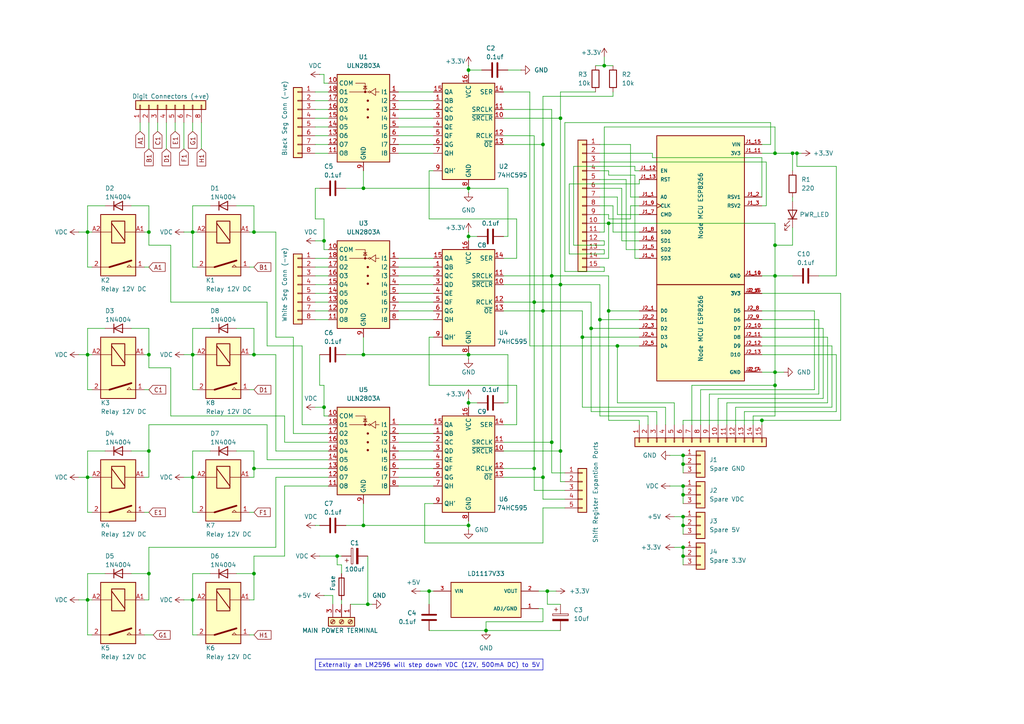
<source format=kicad_sch>
(kicad_sch (version 20231120) (generator "eeschema") (generator_version "8.0")
  (paper "A4")
  (title_block (title "Main Controller for Mechaincal Seven Segment Display") (date "2024-06-22") (rev "6") (company "Tin-Foil-Hat") (comment 1 "Can run up to 8 digits") (comment 2 "Can control up to 8 segment per digit (7seg + 1dp/colon)"))
  (lib_symbols
    (symbol "113990105:113990105" (pin_names (offset 1.016))
      (property "Reference" "A" (at -12.7 21.59 0))
      (property "Value" "113990105" (at -12.7 -24.13 0))
      (symbol "113990105_1_0"
        (pin bidirectional line (at -17.78 2.54 0) (length 5.08) (name "A0") (number "J1_1"))
        (pin power_in line (at 17.78 -20.32 180) (length 5.08) (name "GND") (number "J1_10"))
        (pin power_in line (at 17.78 15.24 180) (length 5.08) (name "3V3") (number "J1_11"))
        (pin input line (at -17.78 10.16 0) (length 5.08) (name "EN") (number "J1_12"))
        (pin input line (at -17.78 7.62 0) (length 5.08) (name "RST") (number "J1_13"))
        (pin power_in line (at 17.78 -20.32 180) (length 5.08) (name "GND") (number "J1_14"))
        (pin power_in line (at 17.78 17.78 180) (length 5.08) (name "VIN") (number "J1_15"))
        (pin bidirectional line (at 17.78 2.54 180) (length 5.08) (name "RSV1") (number "J1_2"))
        (pin bidirectional line (at 17.78 0 180) (length 5.08) (name "RSV2") (number "J1_3"))
        (pin bidirectional line (at -17.78 -15.24 0) (length 5.08) (name "SD3") (number "J1_4"))
        (pin bidirectional line (at -17.78 -12.7 0) (length 5.08) (name "SD2") (number "J1_5"))
        (pin bidirectional line (at -17.78 -10.16 0) (length 5.08) (name "SD1") (number "J1_6"))
        (pin bidirectional line (at -17.78 -2.54 0) (length 5.08) (name "CMD") (number "J1_7"))
        (pin bidirectional line (at -17.78 -7.62 0) (length 5.08) (name "SD0") (number "J1_8"))
        (pin bidirectional clock (at -17.78 0 0) (length 5.08) (name "CLK") (number "J1_9"))
      )
      (symbol "113990105_2_0"
        (pin bidirectional line (at -17.78 5.08 0) (length 5.08) (name "D0") (number "J2_1"))
        (pin bidirectional line (at 17.78 0 180) (length 5.08) (name "D7") (number "J2_10"))
        (pin bidirectional line (at 17.78 -2.54 180) (length 5.08) (name "D8") (number "J2_11"))
        (pin bidirectional line (at 17.78 -5.08 180) (length 5.08) (name "D9") (number "J2_12"))
        (pin bidirectional line (at 17.78 -7.62 180) (length 5.08) (name "D10") (number "J2_13"))
        (pin power_in line (at 17.78 -12.7 180) (length 5.08) (name "GND") (number "J2_14"))
        (pin power_in line (at 17.78 10.16 180) (length 5.08) (name "3V3") (number "J2_15"))
        (pin bidirectional line (at -17.78 2.54 0) (length 5.08) (name "D1") (number "J2_2"))
        (pin bidirectional line (at -17.78 0 0) (length 5.08) (name "D2") (number "J2_3"))
        (pin bidirectional line (at -17.78 -2.54 0) (length 5.08) (name "D3") (number "J2_4"))
        (pin bidirectional line (at -17.78 -5.08 0) (length 5.08) (name "D4") (number "J2_5"))
        (pin power_in line (at 17.78 10.16 180) (length 5.08) (name "3V3") (number "J2_6"))
        (pin power_in line (at 17.78 -12.7 180) (length 5.08) (name "GND") (number "J2_7"))
        (pin bidirectional line (at 17.78 5.08 180) (length 5.08) (name "D5") (number "J2_8"))
        (pin bidirectional line (at 17.78 2.54 180) (length 5.08) (name "D6") (number "J2_9"))
      )
    )
    (symbol "74xx:74HC595"
      (property "Reference" "U" (at -7.62 13.97 0))
      (property "Value" "74HC595" (at -7.62 -16.51 0))
      (symbol "74HC595_1_0"
        (pin tri_state line (at 10.16 7.62 180) (length 2.54) (name "QB") (number "1"))
        (pin input line (at -10.16 2.54 0) (length 2.54) (name "~{SRCLR}") (number "10"))
        (pin input line (at -10.16 5.08 0) (length 2.54) (name "SRCLK") (number "11"))
        (pin input line (at -10.16 -2.54 0) (length 2.54) (name "RCLK") (number "12"))
        (pin input line (at -10.16 -5.08 0) (length 2.54) (name "~{OE}") (number "13"))
        (pin input line (at -10.16 10.16 0) (length 2.54) (name "SER") (number "14"))
        (pin tri_state line (at 10.16 10.16 180) (length 2.54) (name "QA") (number "15"))
        (pin power_in line (at 0 15.24 270) (length 2.54) (name "VCC") (number "16"))
        (pin tri_state line (at 10.16 5.08 180) (length 2.54) (name "QC") (number "2"))
        (pin tri_state line (at 10.16 2.54 180) (length 2.54) (name "QD") (number "3"))
        (pin tri_state line (at 10.16 0 180) (length 2.54) (name "QE") (number "4"))
        (pin tri_state line (at 10.16 -2.54 180) (length 2.54) (name "QF") (number "5"))
        (pin tri_state line (at 10.16 -5.08 180) (length 2.54) (name "QG") (number "6"))
        (pin tri_state line (at 10.16 -7.62 180) (length 2.54) (name "QH") (number "7"))
        (pin power_in line (at 0 -17.78 90) (length 2.54) (name "GND") (number "8"))
        (pin output line (at 10.16 -12.7 180) (length 2.54) (name "QH'") (number "9"))
      )
    )
    (symbol "Connector:Screw_Terminal_01x03" (pin_names (offset 1.016) hide)
      (property "Reference" "J" (at 0 5.08 0))
      (property "Value" "Screw_Terminal_01x03" (at 0 -5.08 0))
      (symbol "Screw_Terminal_01x03_1_1"
        (pin passive line (at -5.08 2.54 0) (length 3.81) (name "Pin_1") (number "1"))
        (pin passive line (at -5.08 0 0) (length 3.81) (name "Pin_2") (number "2"))
        (pin passive line (at -5.08 -2.54 0) (length 3.81) (name "Pin_3") (number "3"))
      )
    )
    (symbol "Connector_Generic:Conn_01x03" (pin_names (offset 1.016) hide)
      (property "Reference" "J" (at 0 5.08 0))
      (property "Value" "Conn_01x03" (at 0 -5.08 0))
      (symbol "Conn_01x03_1_1"
        (pin passive line (at -5.08 2.54 0) (length 3.81) (name "Pin_1") (number "1"))
        (pin passive line (at -5.08 0 0) (length 3.81) (name "Pin_2") (number "2"))
        (pin passive line (at -5.08 -2.54 0) (length 3.81) (name "Pin_3") (number "3"))
      )
    )
    (symbol "Connector_Generic:Conn_01x05" (pin_names (offset 1.016) hide)
      (property "Reference" "J" (at 0 7.62 0))
      (property "Value" "Conn_01x05" (at 0 -7.62 0))
      (symbol "Conn_01x05_1_1"
        (pin passive line (at -5.08 5.08 0) (length 3.81) (name "Pin_1") (number "1"))
        (pin passive line (at -5.08 2.54 0) (length 3.81) (name "Pin_2") (number "2"))
        (pin passive line (at -5.08 0 0) (length 3.81) (name "Pin_3") (number "3"))
        (pin passive line (at -5.08 -2.54 0) (length 3.81) (name "Pin_4") (number "4"))
        (pin passive line (at -5.08 -5.08 0) (length 3.81) (name "Pin_5") (number "5"))
      )
    )
    (symbol "Connector_Generic:Conn_01x08" (pin_names (offset 1.016) hide)
      (property "Reference" "J" (at 0 10.16 0))
      (property "Value" "Conn_01x08" (at 0 -12.7 0))
      (symbol "Conn_01x08_1_1"
        (pin passive line (at -5.08 7.62 0) (length 3.81) (name "Pin_1") (number "1"))
        (pin passive line (at -5.08 5.08 0) (length 3.81) (name "Pin_2") (number "2"))
        (pin passive line (at -5.08 2.54 0) (length 3.81) (name "Pin_3") (number "3"))
        (pin passive line (at -5.08 0 0) (length 3.81) (name "Pin_4") (number "4"))
        (pin passive line (at -5.08 -2.54 0) (length 3.81) (name "Pin_5") (number "5"))
        (pin passive line (at -5.08 -5.08 0) (length 3.81) (name "Pin_6") (number "6"))
        (pin passive line (at -5.08 -7.62 0) (length 3.81) (name "Pin_7") (number "7"))
        (pin passive line (at -5.08 -10.16 0) (length 3.81) (name "Pin_8") (number "8"))
      )
    )
    (symbol "Connector_Generic:Conn_01x15" (pin_names (offset 1.016) hide)
      (property "Reference" "J" (at 0 20.32 0))
      (property "Value" "Conn_01x15" (at 0 -20.32 0))
      (symbol "Conn_01x15_1_1"
        (pin passive line (at -5.08 17.78 0) (length 3.81) (name "Pin_1") (number "1"))
        (pin passive line (at -5.08 -5.08 0) (length 3.81) (name "Pin_10") (number "10"))
        (pin passive line (at -5.08 -7.62 0) (length 3.81) (name "Pin_11") (number "11"))
        (pin passive line (at -5.08 -10.16 0) (length 3.81) (name "Pin_12") (number "12"))
        (pin passive line (at -5.08 -12.7 0) (length 3.81) (name "Pin_13") (number "13"))
        (pin passive line (at -5.08 -15.24 0) (length 3.81) (name "Pin_14") (number "14"))
        (pin passive line (at -5.08 -17.78 0) (length 3.81) (name "Pin_15") (number "15"))
        (pin passive line (at -5.08 15.24 0) (length 3.81) (name "Pin_2") (number "2"))
        (pin passive line (at -5.08 12.7 0) (length 3.81) (name "Pin_3") (number "3"))
        (pin passive line (at -5.08 10.16 0) (length 3.81) (name "Pin_4") (number "4"))
        (pin passive line (at -5.08 7.62 0) (length 3.81) (name "Pin_5") (number "5"))
        (pin passive line (at -5.08 5.08 0) (length 3.81) (name "Pin_6") (number "6"))
        (pin passive line (at -5.08 2.54 0) (length 3.81) (name "Pin_7") (number "7"))
        (pin passive line (at -5.08 0 0) (length 3.81) (name "Pin_8") (number "8"))
        (pin passive line (at -5.08 -2.54 0) (length 3.81) (name "Pin_9") (number "9"))
      )
    )
    (symbol "Device:C" (pin_numbers hide) (pin_names (offset 0.254))
      (property "Reference" "C" (at 0.635 2.54 0))
      (property "Value" "C" (at 0.635 -2.54 0))
      (symbol "C_1_1"
        (pin passive line (at 0 3.81 270) (length 2.794) (name "~") (number "1"))
        (pin passive line (at 0 -3.81 90) (length 2.794) (name "~") (number "2"))
      )
    )
    (symbol "Device:C_Polarized" (pin_numbers hide) (pin_names (offset 0.254))
      (property "Reference" "C" (at 0.635 2.54 0))
      (property "Value" "C_Polarized" (at 0.635 -2.54 0))
      (symbol "C_Polarized_1_1"
        (pin passive line (at 0 3.81 270) (length 2.794) (name "~") (number "1"))
        (pin passive line (at 0 -3.81 90) (length 2.794) (name "~") (number "2"))
      )
    )
    (symbol "Device:Fuse" (pin_numbers hide) (pin_names (offset 0))
      (property "Reference" "F" (at 2.032 0 90))
      (property "Value" "Fuse" (at -1.905 0 90))
      (symbol "Fuse_1_1"
        (pin passive line (at 0 3.81 270) (length 1.27) (name "~") (number "1"))
        (pin passive line (at 0 -3.81 90) (length 1.27) (name "~") (number "2"))
      )
    )
    (symbol "Device:LED" (pin_numbers hide) (pin_names (offset 1.016) hide)
      (property "Reference" "D" (at 0 2.54 0))
      (property "Value" "LED" (at 0 -2.54 0))
      (symbol "LED_1_1"
        (pin passive line (at -3.81 0 0) (length 2.54) (name "K") (number "1"))
        (pin passive line (at 3.81 0 180) (length 2.54) (name "A") (number "2"))
      )
    )
    (symbol "Device:R" (pin_numbers hide) (pin_names (offset 0))
      (property "Reference" "R" (at 2.032 0 90))
      (property "Value" "R" (at 0 0 90))
      (symbol "R_1_1"
        (pin passive line (at 0 3.81 270) (length 1.27) (name "~") (number "1"))
        (pin passive line (at 0 -3.81 90) (length 1.27) (name "~") (number "2"))
      )
    )
    (symbol "Diode:1N4004" (pin_numbers hide) (pin_names hide)
      (property "Reference" "D" (at 0 2.54 0))
      (property "Value" "1N4004" (at 0 -2.54 0))
      (symbol "1N4004_1_1"
        (pin passive line (at -3.81 0 0) (length 2.54) (name "K") (number "1"))
        (pin passive line (at 3.81 0 180) (length 2.54) (name "A") (number "2"))
      )
    )
    (symbol "LD1117V33:LD1117V33" (pin_names (offset 1.016))
      (property "Reference" "U" (at -10.16 5.842 0))
      (property "Value" "LD1117V33" (at -10.16 -7.62 0))
      (symbol "LD1117V33_0_0"
        (pin passive line (at 15.24 -2.54 180) (length 5.08) (name "ADJ/GND") (number "1"))
        (pin output line (at 15.24 2.54 180) (length 5.08) (name "VOUT") (number "2"))
        (pin input line (at -15.24 2.54 0) (length 5.08) (name "VIN") (number "3"))
      )
    )
    (symbol "Transistor_Array:ULN2803A"
      (property "Reference" "U" (at 0 13.335 0))
      (property "Value" "ULN2803A" (at 0 11.43 0))
      (symbol "ULN2803A_1_1"
        (pin input line (at -10.16 5.08 0) (length 2.54) (name "I1") (number "1"))
        (pin passive line (at 10.16 7.62 180) (length 2.54) (name "COM") (number "10"))
        (pin open_collector line (at 10.16 -12.7 180) (length 2.54) (name "O8") (number "11"))
        (pin open_collector line (at 10.16 -10.16 180) (length 2.54) (name "O7") (number "12"))
        (pin open_collector line (at 10.16 -7.62 180) (length 2.54) (name "O6") (number "13"))
        (pin open_collector line (at 10.16 -5.08 180) (length 2.54) (name "O5") (number "14"))
        (pin open_collector line (at 10.16 -2.54 180) (length 2.54) (name "O4") (number "15"))
        (pin open_collector line (at 10.16 0 180) (length 2.54) (name "O3") (number "16"))
        (pin open_collector line (at 10.16 2.54 180) (length 2.54) (name "O2") (number "17"))
        (pin open_collector line (at 10.16 5.08 180) (length 2.54) (name "O1") (number "18"))
        (pin input line (at -10.16 2.54 0) (length 2.54) (name "I2") (number "2"))
        (pin input line (at -10.16 0 0) (length 2.54) (name "I3") (number "3"))
        (pin input line (at -10.16 -2.54 0) (length 2.54) (name "I4") (number "4"))
        (pin input line (at -10.16 -5.08 0) (length 2.54) (name "I5") (number "5"))
        (pin input line (at -10.16 -7.62 0) (length 2.54) (name "I6") (number "6"))
        (pin input line (at -10.16 -10.16 0) (length 2.54) (name "I7") (number "7"))
        (pin input line (at -10.16 -12.7 0) (length 2.54) (name "I8") (number "8"))
        (pin power_in line (at 0 -17.78 90) (length 2.54) (name "GND") (number "9"))
      )
    )
    (symbol "User_Custom_Symbols:SPST_Relay"
      (property "Reference" "K" (at 8.89 3.81 0))
      (property "Value" "SPST_Relay" (at 8.89 1.27 0))
      (symbol "SPST_Relay_1_1"
        (pin passive line (at 5.08 7.62 270) (length 2.54) (name "~") (number "1"))
        (pin passive line (at 5.08 -7.62 90) (length 2.54) (name "~") (number "2"))
        (pin passive line (at -5.08 7.62 270) (length 2.54) (name "~") (number "A1"))
        (pin passive line (at -5.08 -7.62 90) (length 2.54) (name "~") (number "A2"))
      )
    )
    (symbol "power:+3.3V" (power) (pin_numbers hide) (pin_names (offset 0) hide)
      (property "Value" "+3.3V" (at 0 3.556 0))
      (symbol "+3.3V_1_1"
        (pin power_in line (at 0 0 90) (length 0) (name "~") (number "1"))
      )
    )
    (symbol "power:+5V" (power) (pin_numbers hide) (pin_names (offset 0) hide)
      (property "Value" "+5V" (at 0 3.556 0))
      (symbol "+5V_1_1"
        (pin power_in line (at 0 0 90) (length 0) (name "~") (number "1"))
      )
    )
    (symbol "power:GND" (power) (pin_numbers hide) (pin_names (offset 0) hide)
      (property "Value" "GND" (at 0 -3.81 0))
      (symbol "GND_1_1"
        (pin power_in line (at 0 0 270) (length 0) (name "~") (number "1"))
      )
    )
    (symbol "power:VDC" (power) (pin_numbers hide) (pin_names (offset 0) hide)
      (property "Value" "VDC" (at 0 3.556 0))
      (symbol "VDC_1_1"
        (pin power_in line (at 0 0 90) (length 0) (name "~") (number "1"))
      )
    )
  )
  (junction (at 162.56 130.81))
  (junction (at 224.79 44.45))
  (junction (at 97.79 161.29))
  (junction (at 224.79 80.01))
  (junction (at 224.79 71.12))
  (junction (at 25.4 173.99))
  (junction (at 157.48 138.43))
  (junction (at 198.12 143.51))
  (junction (at 154.94 87.63))
  (junction (at 135.89 152.4))
  (junction (at 198.12 149.86))
  (junction (at 25.4 138.43))
  (junction (at 171.45 95.25))
  (junction (at 157.48 90.17))
  (junction (at 55.88 67.31))
  (junction (at 179.07 100.33))
  (junction (at 73.66 135.89))
  (junction (at 157.48 41.91))
  (junction (at 43.18 67.31))
  (junction (at 135.89 20.32))
  (junction (at 154.94 135.89))
  (junction (at 168.91 97.79))
  (junction (at 93.98 118.11))
  (junction (at 231.14 44.45))
  (junction (at 162.56 34.29))
  (junction (at 73.66 102.87))
  (junction (at 162.56 82.55))
  (junction (at 55.88 173.99))
  (junction (at 140.97 182.88))
  (junction (at 25.4 102.87))
  (junction (at 73.66 166.37))
  (junction (at 220.98 121.92))
  (junction (at 25.4 67.31))
  (junction (at 198.12 132.08))
  (junction (at 55.88 138.43))
  (junction (at 176.53 90.17))
  (junction (at 198.12 134.62))
  (junction (at 198.12 152.4))
  (junction (at 160.02 80.01))
  (junction (at 224.79 111.76))
  (junction (at 160.02 128.27))
  (junction (at 124.46 171.45))
  (junction (at 43.18 166.37))
  (junction (at 106.68 175.26))
  (junction (at 175.26 19.05))
  (junction (at 198.12 158.75))
  (junction (at 73.66 67.31))
  (junction (at 198.12 140.97))
  (junction (at 93.98 69.85))
  (junction (at 229.87 44.45))
  (junction (at 105.41 54.61))
  (junction (at 105.41 152.4))
  (junction (at 55.88 102.87))
  (junction (at 173.99 92.71))
  (junction (at 176.53 64.77))
  (junction (at 135.89 54.61))
  (junction (at 135.89 116.84))
  (junction (at 105.41 102.87))
  (junction (at 198.12 161.29))
  (junction (at 224.79 107.95))
  (junction (at 43.18 102.87))
  (junction (at 135.89 68.58))
  (junction (at 158.75 171.45))
  (junction (at 135.89 102.87))
  (junction (at 43.18 130.81))
  (wire (pts (xy 154.94 142.24) (xy 154.94 135.89)))
  (wire (pts (xy 198.12 140.97) (xy 198.12 143.51)))
  (wire (pts (xy 147.32 20.32) (xy 151.13 20.32)))
  (wire (pts (xy 242.57 48.26) (xy 231.14 48.26)))
  (wire (pts (xy 194.31 140.97) (xy 198.12 140.97)))
  (wire (pts (xy 198.12 161.29) (xy 198.12 163.83)))
  (wire (pts (xy 220.98 123.19) (xy 220.98 121.92)))
  (wire (pts (xy 50.8 35.56) (xy 50.8 38.1)))
  (wire (pts (xy 224.79 107.95) (xy 224.79 111.76)))
  (wire (pts (xy 25.4 173.99) (xy 26.67 173.99)))
  (wire (pts (xy 195.58 116.84) (xy 179.07 116.84)))
  (wire (pts (xy 220.98 97.79) (xy 240.03 97.79)))
  (wire (pts (xy 91.44 74.93) (xy 95.25 74.93)))
  (wire (pts (xy 185.42 52.07) (xy 185.42 53.34)))
  (wire (pts (xy 115.57 39.37) (xy 125.73 39.37)))
  (wire (pts (xy 162.56 34.29) (xy 162.56 82.55)))
  (wire (pts (xy 115.57 125.73) (xy 125.73 125.73)))
  (wire (pts (xy 53.34 173.99) (xy 55.88 173.99)))
  (wire (pts (xy 146.05 138.43) (xy 157.48 138.43)))
  (wire (pts (xy 92.71 111.76) (xy 93.98 111.76)))
  (wire (pts (xy 73.66 135.89) (xy 73.66 138.43)))
  (wire (pts (xy 175.26 16.51) (xy 175.26 19.05)))
  (wire (pts (xy 168.91 118.11) (xy 168.91 97.79)))
  (wire (pts (xy 160.02 137.16) (xy 160.02 128.27)))
  (wire (pts (xy 95.25 125.73) (xy 85.09 125.73)))
  (wire (pts (xy 124.46 182.88) (xy 140.97 182.88)))
  (wire (pts (xy 198.12 152.4) (xy 198.12 154.94)))
  (wire (pts (xy 172.72 26.67) (xy 162.56 26.67)))
  (wire (pts (xy 57.15 77.47) (xy 55.88 77.47)))
  (wire (pts (xy 30.48 166.37) (xy 25.4 166.37)))
  (wire (pts (xy 175.26 67.31) (xy 175.26 36.83)))
  (wire (pts (xy 73.66 130.81) (xy 73.66 135.89)))
  (wire (pts (xy 105.41 97.79) (xy 105.41 102.87)))
  (wire (pts (xy 146.05 87.63) (xy 154.94 87.63)))
  (wire (pts (xy 82.55 120.65) (xy 82.55 128.27)))
  (wire (pts (xy 181.61 72.39) (xy 181.61 52.07)))
  (wire (pts (xy 223.52 35.56) (xy 223.52 41.91)))
  (wire (pts (xy 231.14 44.45) (xy 232.41 44.45)))
  (wire (pts (xy 105.41 49.53) (xy 105.41 54.61)))
  (wire (pts (xy 95.25 130.81) (xy 80.01 130.81)))
  (wire (pts (xy 93.98 118.11) (xy 93.98 120.65)))
  (wire (pts (xy 157.48 27.94) (xy 157.48 41.91)))
  (wire (pts (xy 179.07 116.84) (xy 179.07 100.33)))
  (wire (pts (xy 189.23 45.72) (xy 189.23 44.45)))
  (wire (pts (xy 97.79 161.29) (xy 99.06 161.29)))
  (wire (pts (xy 157.48 41.91) (xy 157.48 90.17)))
  (wire (pts (xy 240.03 97.79) (xy 240.03 116.84)))
  (wire (pts (xy 149.86 111.76) (xy 149.86 123.19)))
  (wire (pts (xy 147.32 102.87) (xy 135.89 102.87)))
  (wire (pts (xy 91.44 87.63) (xy 95.25 87.63)))
  (wire (pts (xy 146.05 128.27) (xy 160.02 128.27)))
  (wire (pts (xy 146.05 90.17) (xy 157.48 90.17)))
  (wire (pts (xy 25.4 130.81) (xy 25.4 138.43)))
  (wire (pts (xy 237.49 92.71) (xy 237.49 114.3)))
  (wire (pts (xy 105.41 146.05) (xy 105.41 152.4)))
  (wire (pts (xy 115.57 128.27) (xy 125.73 128.27)))
  (wire (pts (xy 87.63 123.19) (xy 95.25 123.19)))
  (wire (pts (xy 82.55 120.65) (xy 49.53 120.65)))
  (wire (pts (xy 22.86 67.31) (xy 25.4 67.31)))
  (wire (pts (xy 146.05 68.58) (xy 147.32 68.58)))
  (wire (pts (xy 157.48 157.48) (xy 157.48 147.32)))
  (wire (pts (xy 220.98 90.17) (xy 236.22 90.17)))
  (wire (pts (xy 60.96 130.81) (xy 55.88 130.81)))
  (wire (pts (xy 100.33 152.4) (xy 105.41 152.4)))
  (wire (pts (xy 135.89 116.84) (xy 138.43 116.84)))
  (wire (pts (xy 43.18 166.37) (xy 43.18 173.99)))
  (wire (pts (xy 173.99 74.93) (xy 176.53 74.93)))
  (wire (pts (xy 45.72 35.56) (xy 45.72 38.1)))
  (wire (pts (xy 53.34 102.87) (xy 55.88 102.87)))
  (wire (pts (xy 185.42 92.71) (xy 173.99 92.71)))
  (wire (pts (xy 175.26 36.83) (xy 224.79 36.83)))
  (wire (pts (xy 26.67 113.03) (xy 25.4 113.03)))
  (wire (pts (xy 223.52 41.91) (xy 220.98 41.91)))
  (wire (pts (xy 55.88 95.25) (xy 55.88 102.87)))
  (wire (pts (xy 77.47 100.33) (xy 87.63 100.33)))
  (wire (pts (xy 57.15 184.15) (xy 55.88 184.15)))
  (wire (pts (xy 43.18 71.12) (xy 43.18 67.31)))
  (wire (pts (xy 80.01 102.87) (xy 80.01 130.81)))
  (wire (pts (xy 43.18 130.81) (xy 43.18 123.19)))
  (wire (pts (xy 68.58 166.37) (xy 73.66 166.37)))
  (wire (pts (xy 182.88 59.69) (xy 182.88 63.5)))
  (wire (pts (xy 198.12 149.86) (xy 198.12 152.4)))
  (wire (pts (xy 41.91 173.99) (xy 43.18 173.99)))
  (wire (pts (xy 220.98 80.01) (xy 224.79 80.01)))
  (wire (pts (xy 43.18 113.03) (xy 41.91 113.03)))
  (wire (pts (xy 171.45 95.25) (xy 171.45 87.63)))
  (wire (pts (xy 153.67 100.33) (xy 179.07 100.33)))
  (wire (pts (xy 163.83 78.74) (xy 163.83 35.56)))
  (wire (pts (xy 124.46 171.45) (xy 125.73 171.45)))
  (wire (pts (xy 115.57 44.45) (xy 125.73 44.45)))
  (wire (pts (xy 200.66 111.76) (xy 224.79 111.76)))
  (wire (pts (xy 135.89 115.57) (xy 135.89 116.84)))
  (wire (pts (xy 40.64 35.56) (xy 40.64 38.1)))
  (wire (pts (xy 157.48 180.34) (xy 157.48 176.53)))
  (wire (pts (xy 176.53 74.93) (xy 176.53 64.77)))
  (wire (pts (xy 91.44 92.71) (xy 95.25 92.71)))
  (wire (pts (xy 93.98 172.72) (xy 96.52 172.72)))
  (wire (pts (xy 53.34 138.43) (xy 55.88 138.43)))
  (wire (pts (xy 179.07 57.15) (xy 173.99 57.15)))
  (wire (pts (xy 80.01 97.79) (xy 80.01 67.31)))
  (wire (pts (xy 176.53 63.5) (xy 176.53 62.23)))
  (wire (pts (xy 173.99 92.71) (xy 173.99 82.55)))
  (wire (pts (xy 55.88 130.81) (xy 55.88 138.43)))
  (wire (pts (xy 173.99 64.77) (xy 176.53 64.77)))
  (wire (pts (xy 220.98 57.15) (xy 220.98 45.72)))
  (wire (pts (xy 43.18 77.47) (xy 41.91 77.47)))
  (wire (pts (xy 91.44 44.45) (xy 95.25 44.45)))
  (wire (pts (xy 93.98 69.85) (xy 91.44 69.85)))
  (wire (pts (xy 30.48 95.25) (xy 25.4 95.25)))
  (wire (pts (xy 229.87 58.42) (xy 229.87 57.15)))
  (wire (pts (xy 156.21 171.45) (xy 158.75 171.45)))
  (wire (pts (xy 198.12 121.92) (xy 220.98 121.92)))
  (wire (pts (xy 157.48 176.53) (xy 156.21 176.53)))
  (wire (pts (xy 185.42 69.85) (xy 180.34 69.85)))
  (wire (pts (xy 171.45 119.38) (xy 171.45 95.25)))
  (wire (pts (xy 99.06 173.99) (xy 99.06 175.26)))
  (wire (pts (xy 224.79 111.76) (xy 224.79 120.65)))
  (wire (pts (xy 198.12 134.62) (xy 198.12 137.16)))
  (wire (pts (xy 91.44 63.5) (xy 93.98 63.5)))
  (wire (pts (xy 123.19 157.48) (xy 157.48 157.48)))
  (wire (pts (xy 115.57 31.75) (xy 125.73 31.75)))
  (wire (pts (xy 220.98 107.95) (xy 224.79 107.95)))
  (wire (pts (xy 43.18 95.25) (xy 43.18 102.87)))
  (wire (pts (xy 80.01 102.87) (xy 73.66 102.87)))
  (wire (pts (xy 124.46 49.53) (xy 124.46 63.5)))
  (wire (pts (xy 80.01 138.43) (xy 80.01 158.75)))
  (wire (pts (xy 25.4 59.69) (xy 25.4 67.31)))
  (wire (pts (xy 185.42 123.19) (xy 185.42 121.92)))
  (wire (pts (xy 25.4 113.03) (xy 25.4 102.87)))
  (wire (pts (xy 87.63 100.33) (xy 87.63 123.19)))
  (wire (pts (xy 60.96 59.69) (xy 55.88 59.69)))
  (wire (pts (xy 91.44 54.61) (xy 91.44 63.5)))
  (wire (pts (xy 210.82 116.84) (xy 210.82 123.19)))
  (wire (pts (xy 72.39 102.87) (xy 73.66 102.87)))
  (wire (pts (xy 85.09 125.73) (xy 85.09 97.79)))
  (wire (pts (xy 135.89 102.87) (xy 135.89 104.14)))
  (wire (pts (xy 162.56 26.67) (xy 162.56 34.29)))
  (wire (pts (xy 190.5 119.38) (xy 171.45 119.38)))
  (wire (pts (xy 58.42 35.56) (xy 58.42 43.18)))
  (wire (pts (xy 220.98 100.33) (xy 241.3 100.33)))
  (wire (pts (xy 215.9 119.38) (xy 215.9 123.19)))
  (wire (pts (xy 73.66 77.47) (xy 72.39 77.47)))
  (wire (pts (xy 175.26 77.47) (xy 173.99 77.47)))
  (wire (pts (xy 43.18 123.19) (xy 77.47 123.19)))
  (wire (pts (xy 38.1 95.25) (xy 43.18 95.25)))
  (wire (pts (xy 43.18 130.81) (xy 43.18 138.43)))
  (wire (pts (xy 184.15 49.53) (xy 184.15 48.26)))
  (wire (pts (xy 22.86 102.87) (xy 25.4 102.87)))
  (wire (pts (xy 53.34 67.31) (xy 55.88 67.31)))
  (wire (pts (xy 168.91 97.79) (xy 185.42 97.79)))
  (wire (pts (xy 173.99 67.31) (xy 175.26 67.31)))
  (wire (pts (xy 73.66 161.29) (xy 82.55 161.29)))
  (wire (pts (xy 184.15 50.8) (xy 176.53 50.8)))
  (wire (pts (xy 146.05 39.37) (xy 154.94 39.37)))
  (wire (pts (xy 157.48 147.32) (xy 163.83 147.32)))
  (wire (pts (xy 57.15 148.59) (xy 55.88 148.59)))
  (wire (pts (xy 115.57 130.81) (xy 125.73 130.81)))
  (wire (pts (xy 99.06 166.37) (xy 99.06 163.83)))
  (wire (pts (xy 146.05 82.55) (xy 162.56 82.55)))
  (wire (pts (xy 125.73 97.79) (xy 124.46 97.79)))
  (wire (pts (xy 182.88 63.5) (xy 176.53 63.5)))
  (wire (pts (xy 115.57 74.93) (xy 125.73 74.93)))
  (wire (pts (xy 184.15 74.93) (xy 184.15 50.8)))
  (wire (pts (xy 82.55 161.29) (xy 82.55 140.97)))
  (wire (pts (xy 115.57 92.71) (xy 125.73 92.71)))
  (wire (pts (xy 68.58 59.69) (xy 73.66 59.69)))
  (wire (pts (xy 26.67 148.59) (xy 25.4 148.59)))
  (wire (pts (xy 91.44 26.67) (xy 95.25 26.67)))
  (wire (pts (xy 229.87 66.04) (xy 229.87 71.12)))
  (wire (pts (xy 218.44 123.19) (xy 218.44 120.65)))
  (wire (pts (xy 173.99 46.99) (xy 222.25 46.99)))
  (wire (pts (xy 93.98 72.39) (xy 95.25 72.39)))
  (wire (pts (xy 162.56 82.55) (xy 162.56 130.81)))
  (wire (pts (xy 55.88 102.87) (xy 57.15 102.87)))
  (wire (pts (xy 55.88 184.15) (xy 55.88 173.99)))
  (wire (pts (xy 160.02 31.75) (xy 160.02 80.01)))
  (wire (pts (xy 229.87 44.45) (xy 231.14 44.45)))
  (wire (pts (xy 154.94 39.37) (xy 154.94 87.63)))
  (wire (pts (xy 25.4 67.31) (xy 26.67 67.31)))
  (wire (pts (xy 185.42 72.39) (xy 181.61 72.39)))
  (wire (pts (xy 41.91 184.15) (xy 44.45 184.15)))
  (wire (pts (xy 82.55 128.27) (xy 95.25 128.27)))
  (wire (pts (xy 91.44 90.17) (xy 95.25 90.17)))
  (wire (pts (xy 68.58 130.81) (xy 73.66 130.81)))
  (wire (pts (xy 193.04 118.11) (xy 168.91 118.11)))
  (wire (pts (xy 173.99 41.91) (xy 182.88 41.91)))
  (wire (pts (xy 146.05 130.81) (xy 162.56 130.81)))
  (wire (pts (xy 147.32 54.61) (xy 135.89 54.61)))
  (wire (pts (xy 146.05 41.91) (xy 157.48 41.91)))
  (wire (pts (xy 77.47 87.63) (xy 77.47 100.33)))
  (wire (pts (xy 30.48 130.81) (xy 25.4 130.81)))
  (wire (pts (xy 73.66 161.29) (xy 73.66 166.37)))
  (wire (pts (xy 243.84 85.09) (xy 220.98 85.09)))
  (wire (pts (xy 205.74 114.3) (xy 205.74 123.19)))
  (wire (pts (xy 237.49 114.3) (xy 205.74 114.3)))
  (wire (pts (xy 93.98 21.59) (xy 93.98 24.13)))
  (wire (pts (xy 140.97 180.34) (xy 140.97 182.88)))
  (wire (pts (xy 55.88 148.59) (xy 55.88 138.43)))
  (wire (pts (xy 41.91 67.31) (xy 43.18 67.31)))
  (wire (pts (xy 93.98 120.65) (xy 95.25 120.65)))
  (wire (pts (xy 91.44 41.91) (xy 95.25 41.91)))
  (wire (pts (xy 237.49 80.01) (xy 242.57 80.01)))
  (wire (pts (xy 158.75 175.26) (xy 158.75 171.45)))
  (wire (pts (xy 224.79 44.45) (xy 229.87 44.45)))
  (wire (pts (xy 135.89 54.61) (xy 135.89 55.88)))
  (wire (pts (xy 190.5 123.19) (xy 190.5 119.38)))
  (wire (pts (xy 203.2 113.03) (xy 203.2 123.19)))
  (wire (pts (xy 220.98 45.72) (xy 189.23 45.72)))
  (wire (pts (xy 124.46 175.26) (xy 124.46 171.45)))
  (wire (pts (xy 25.4 102.87) (xy 26.67 102.87)))
  (wire (pts (xy 97.79 163.83) (xy 97.79 161.29)))
  (wire (pts (xy 161.29 171.45) (xy 158.75 171.45)))
  (wire (pts (xy 115.57 41.91) (xy 125.73 41.91)))
  (wire (pts (xy 115.57 36.83) (xy 125.73 36.83)))
  (wire (pts (xy 41.91 138.43) (xy 43.18 138.43)))
  (wire (pts (xy 238.76 115.57) (xy 208.28 115.57)))
  (wire (pts (xy 231.14 48.26) (xy 231.14 44.45)))
  (wire (pts (xy 25.4 166.37) (xy 25.4 173.99)))
  (wire (pts (xy 140.97 182.88) (xy 162.56 182.88)))
  (wire (pts (xy 220.98 92.71) (xy 237.49 92.71)))
  (wire (pts (xy 165.1 53.34) (xy 165.1 73.66)))
  (wire (pts (xy 163.83 137.16) (xy 160.02 137.16)))
  (wire (pts (xy 115.57 135.89) (xy 125.73 135.89)))
  (wire (pts (xy 157.48 90.17) (xy 168.91 90.17)))
  (wire (pts (xy 146.05 135.89) (xy 154.94 135.89)))
  (wire (pts (xy 189.23 44.45) (xy 173.99 44.45)))
  (wire (pts (xy 222.25 59.69) (xy 222.25 46.99)))
  (wire (pts (xy 185.42 62.23) (xy 179.07 62.23)))
  (wire (pts (xy 176.53 80.01) (xy 160.02 80.01)))
  (wire (pts (xy 77.47 123.19) (xy 77.47 133.35)))
  (wire (pts (xy 242.57 80.01) (xy 242.57 48.26)))
  (wire (pts (xy 115.57 140.97) (xy 125.73 140.97)))
  (wire (pts (xy 173.99 54.61) (xy 180.34 54.61)))
  (wire (pts (xy 91.44 36.83) (xy 95.25 36.83)))
  (wire (pts (xy 91.44 85.09) (xy 95.25 85.09)))
  (wire (pts (xy 184.15 48.26) (xy 166.37 48.26)))
  (wire (pts (xy 163.83 35.56) (xy 223.52 35.56)))
  (wire (pts (xy 115.57 87.63) (xy 125.73 87.63)))
  (wire (pts (xy 95.25 138.43) (xy 80.01 138.43)))
  (wire (pts (xy 149.86 63.5) (xy 149.86 74.93)))
  (wire (pts (xy 243.84 121.92) (xy 243.84 85.09)))
  (wire (pts (xy 57.15 113.03) (xy 55.88 113.03)))
  (wire (pts (xy 85.09 97.79) (xy 80.01 97.79)))
  (wire (pts (xy 171.45 95.25) (xy 185.42 95.25)))
  (wire (pts (xy 121.92 171.45) (xy 124.46 171.45)))
  (wire (pts (xy 213.36 118.11) (xy 213.36 123.19)))
  (wire (pts (xy 154.94 87.63) (xy 171.45 87.63)))
  (wire (pts (xy 91.44 80.01) (xy 95.25 80.01)))
  (wire (pts (xy 177.8 26.67) (xy 177.8 27.94)))
  (wire (pts (xy 135.89 153.67) (xy 135.89 152.4)))
  (wire (pts (xy 135.89 116.84) (xy 135.89 118.11)))
  (wire (pts (xy 49.53 87.63) (xy 77.47 87.63)))
  (wire (pts (xy 185.42 53.34) (xy 165.1 53.34)))
  (wire (pts (xy 55.88 113.03) (xy 55.88 102.87)))
  (wire (pts (xy 91.44 77.47) (xy 95.25 77.47)))
  (wire (pts (xy 115.57 77.47) (xy 125.73 77.47)))
  (wire (pts (xy 101.6 175.26) (xy 106.68 175.26)))
  (wire (pts (xy 135.89 151.13) (xy 135.89 152.4)))
  (wire (pts (xy 163.83 144.78) (xy 157.48 144.78)))
  (wire (pts (xy 105.41 102.87) (xy 135.89 102.87)))
  (wire (pts (xy 115.57 85.09) (xy 125.73 85.09)))
  (wire (pts (xy 93.98 118.11) (xy 91.44 118.11)))
  (wire (pts (xy 115.57 138.43) (xy 125.73 138.43)))
  (wire (pts (xy 55.88 59.69) (xy 55.88 67.31)))
  (wire (pts (xy 220.98 44.45) (xy 224.79 44.45)))
  (wire (pts (xy 220.98 121.92) (xy 243.84 121.92)))
  (wire (pts (xy 176.53 50.8) (xy 176.53 49.53)))
  (wire (pts (xy 198.12 158.75) (xy 198.12 161.29)))
  (wire (pts (xy 91.44 34.29) (xy 95.25 34.29)))
  (wire (pts (xy 135.89 67.31) (xy 135.89 68.58)))
  (wire (pts (xy 173.99 62.23) (xy 176.53 62.23)))
  (wire (pts (xy 238.76 95.25) (xy 238.76 115.57)))
  (wire (pts (xy 80.01 67.31) (xy 73.66 67.31)))
  (wire (pts (xy 125.73 49.53) (xy 124.46 49.53)))
  (wire (pts (xy 236.22 113.03) (xy 203.2 113.03)))
  (wire (pts (xy 229.87 71.12) (xy 224.79 71.12)))
  (wire (pts (xy 193.04 123.19) (xy 193.04 118.11)))
  (wire (pts (xy 93.98 21.59) (xy 92.71 21.59)))
  (wire (pts (xy 93.98 111.76) (xy 93.98 118.11)))
  (wire (pts (xy 218.44 120.65) (xy 224.79 120.65)))
  (wire (pts (xy 182.88 41.91) (xy 182.88 57.15)))
  (wire (pts (xy 73.66 113.03) (xy 72.39 113.03)))
  (wire (pts (xy 49.53 120.65) (xy 49.53 106.68)))
  (wire (pts (xy 153.67 26.67) (xy 153.67 100.33)))
  (wire (pts (xy 43.18 35.56) (xy 43.18 43.18)))
  (wire (pts (xy 99.06 163.83) (xy 97.79 163.83)))
  (wire (pts (xy 68.58 95.25) (xy 73.66 95.25)))
  (wire (pts (xy 220.98 95.25) (xy 238.76 95.25)))
  (wire (pts (xy 224.79 107.95) (xy 227.33 107.95)))
  (wire (pts (xy 177.8 59.69) (xy 173.99 59.69)))
  (wire (pts (xy 179.07 62.23) (xy 179.07 57.15)))
  (wire (pts (xy 43.18 71.12) (xy 49.53 71.12)))
  (wire (pts (xy 26.67 184.15) (xy 25.4 184.15)))
  (wire (pts (xy 49.53 71.12) (xy 49.53 87.63)))
  (wire (pts (xy 172.72 19.05) (xy 175.26 19.05)))
  (wire (pts (xy 115.57 80.01) (xy 125.73 80.01)))
  (wire (pts (xy 73.66 184.15) (xy 72.39 184.15)))
  (wire (pts (xy 146.05 26.67) (xy 153.67 26.67)))
  (wire (pts (xy 241.3 118.11) (xy 213.36 118.11)))
  (wire (pts (xy 96.52 172.72) (xy 96.52 175.26)))
  (wire (pts (xy 176.53 64.77) (xy 224.79 64.77)))
  (wire (pts (xy 198.12 123.19) (xy 198.12 121.92)))
  (wire (pts (xy 149.86 74.93) (xy 146.05 74.93)))
  (wire (pts (xy 157.48 90.17) (xy 157.48 138.43)))
  (wire (pts (xy 91.44 152.4) (xy 92.71 152.4)))
  (wire (pts (xy 106.68 175.26) (xy 107.95 175.26)))
  (wire (pts (xy 185.42 59.69) (xy 182.88 59.69)))
  (wire (pts (xy 38.1 130.81) (xy 43.18 130.81)))
  (wire (pts (xy 224.79 36.83) (xy 224.79 44.45)))
  (wire (pts (xy 208.28 115.57) (xy 208.28 123.19)))
  (wire (pts (xy 55.88 173.99) (xy 57.15 173.99)))
  (wire (pts (xy 173.99 52.07) (xy 181.61 52.07)))
  (wire (pts (xy 73.66 135.89) (xy 95.25 135.89)))
  (wire (pts (xy 180.34 54.61) (xy 180.34 69.85)))
  (wire (pts (xy 22.86 173.99) (xy 25.4 173.99)))
  (wire (pts (xy 176.53 90.17) (xy 176.53 80.01)))
  (wire (pts (xy 177.8 67.31) (xy 177.8 59.69)))
  (wire (pts (xy 91.44 31.75) (xy 95.25 31.75)))
  (wire (pts (xy 162.56 82.55) (xy 173.99 82.55)))
  (wire (pts (xy 115.57 133.35) (xy 125.73 133.35)))
  (wire (pts (xy 224.79 80.01) (xy 224.79 107.95)))
  (wire (pts (xy 185.42 49.53) (xy 184.15 49.53)))
  (wire (pts (xy 48.26 35.56) (xy 48.26 43.18)))
  (wire (pts (xy 185.42 74.93) (xy 184.15 74.93)))
  (wire (pts (xy 229.87 44.45) (xy 229.87 49.53)))
  (wire (pts (xy 105.41 152.4) (xy 135.89 152.4)))
  (wire (pts (xy 149.86 123.19) (xy 146.05 123.19)))
  (wire (pts (xy 165.1 73.66) (xy 175.26 73.66)))
  (wire (pts (xy 241.3 100.33) (xy 241.3 118.11)))
  (wire (pts (xy 43.18 59.69) (xy 43.18 67.31)))
  (wire (pts (xy 166.37 48.26) (xy 166.37 71.12)))
  (wire (pts (xy 92.71 102.87) (xy 92.71 111.76)))
  (wire (pts (xy 115.57 34.29) (xy 125.73 34.29)))
  (wire (pts (xy 185.42 121.92) (xy 176.53 121.92)))
  (wire (pts (xy 55.88 77.47) (xy 55.88 67.31)))
  (wire (pts (xy 115.57 29.21) (xy 125.73 29.21)))
  (wire (pts (xy 185.42 67.31) (xy 177.8 67.31)))
  (wire (pts (xy 25.4 77.47) (xy 25.4 67.31)))
  (wire (pts (xy 195.58 123.19) (xy 195.58 116.84)))
  (wire (pts (xy 175.26 19.05) (xy 177.8 19.05)))
  (wire (pts (xy 115.57 123.19) (xy 125.73 123.19)))
  (wire (pts (xy 124.46 111.76) (xy 149.86 111.76)))
  (wire (pts (xy 175.26 71.12) (xy 175.26 69.85)))
  (wire (pts (xy 25.4 95.25) (xy 25.4 102.87)))
  (wire (pts (xy 224.79 64.77) (xy 224.79 71.12)))
  (wire (pts (xy 73.66 148.59) (xy 72.39 148.59)))
  (wire (pts (xy 105.41 54.61) (xy 135.89 54.61)))
  (wire (pts (xy 187.96 123.19) (xy 187.96 120.65)))
  (wire (pts (xy 146.05 31.75) (xy 160.02 31.75)))
  (wire (pts (xy 77.47 133.35) (xy 95.25 133.35)))
  (wire (pts (xy 100.33 102.87) (xy 105.41 102.87)))
  (wire (pts (xy 73.66 95.25) (xy 73.66 102.87)))
  (wire (pts (xy 146.05 116.84) (xy 147.32 116.84)))
  (wire (pts (xy 135.89 20.32) (xy 139.7 20.32)))
  (wire (pts (xy 38.1 166.37) (xy 43.18 166.37)))
  (wire (pts (xy 91.44 54.61) (xy 92.71 54.61)))
  (wire (pts (xy 176.53 90.17) (xy 185.42 90.17)))
  (wire (pts (xy 124.46 97.79) (xy 124.46 111.76)))
  (wire (pts (xy 242.57 102.87) (xy 242.57 119.38)))
  (wire (pts (xy 240.03 116.84) (xy 210.82 116.84)))
  (wire (pts (xy 72.39 67.31) (xy 73.66 67.31)))
  (wire (pts (xy 93.98 69.85) (xy 93.98 72.39)))
  (wire (pts (xy 163.83 139.7) (xy 162.56 139.7)))
  (wire (pts (xy 72.39 173.99) (xy 73.66 173.99)))
  (wire (pts (xy 176.53 49.53) (xy 173.99 49.53)))
  (wire (pts (xy 80.01 158.75) (xy 43.18 158.75)))
  (wire (pts (xy 93.98 63.5) (xy 93.98 69.85)))
  (wire (pts (xy 179.07 100.33) (xy 185.42 100.33)))
  (wire (pts (xy 157.48 144.78) (xy 157.48 138.43)))
  (wire (pts (xy 195.58 158.75) (xy 198.12 158.75)))
  (wire (pts (xy 106.68 161.29) (xy 106.68 175.26)))
  (wire (pts (xy 158.75 175.26) (xy 162.56 175.26)))
  (wire (pts (xy 175.26 72.39) (xy 173.99 72.39)))
  (wire (pts (xy 60.96 166.37) (xy 55.88 166.37)))
  (wire (pts (xy 25.4 138.43) (xy 26.67 138.43)))
  (wire (pts (xy 49.53 106.68) (xy 43.18 106.68)))
  (wire (pts (xy 175.26 69.85) (xy 173.99 69.85)))
  (wire (pts (xy 91.44 82.55) (xy 95.25 82.55)))
  (wire (pts (xy 224.79 71.12) (xy 224.79 80.01)))
  (wire (pts (xy 135.89 68.58) (xy 138.43 68.58)))
  (wire (pts (xy 187.96 120.65) (xy 173.99 120.65)))
  (wire (pts (xy 242.57 119.38) (xy 215.9 119.38)))
  (wire (pts (xy 160.02 128.27) (xy 160.02 80.01)))
  (wire (pts (xy 123.19 146.05) (xy 123.19 157.48)))
  (wire (pts (xy 175.26 78.74) (xy 163.83 78.74)))
  (wire (pts (xy 173.99 120.65) (xy 173.99 92.71)))
  (wire (pts (xy 115.57 26.67) (xy 125.73 26.67)))
  (wire (pts (xy 30.48 59.69) (xy 25.4 59.69)))
  (wire (pts (xy 182.88 57.15) (xy 185.42 57.15)))
  (wire (pts (xy 147.32 68.58) (xy 147.32 54.61)))
  (wire (pts (xy 135.89 19.05) (xy 135.89 20.32)))
  (wire (pts (xy 154.94 87.63) (xy 154.94 135.89)))
  (wire (pts (xy 220.98 102.87) (xy 242.57 102.87)))
  (wire (pts (xy 123.19 146.05) (xy 125.73 146.05)))
  (wire (pts (xy 60.96 95.25) (xy 55.88 95.25)))
  (wire (pts (xy 72.39 138.43) (xy 73.66 138.43)))
  (wire (pts (xy 124.46 63.5) (xy 149.86 63.5)))
  (wire (pts (xy 43.18 148.59) (xy 41.91 148.59)))
  (wire (pts (xy 91.44 29.21) (xy 95.25 29.21)))
  (wire (pts (xy 147.32 116.84) (xy 147.32 102.87)))
  (wire (pts (xy 175.26 73.66) (xy 175.26 72.39)))
  (wire (pts (xy 135.89 20.32) (xy 135.89 21.59)))
  (wire (pts (xy 82.55 140.97) (xy 95.25 140.97)))
  (wire (pts (xy 163.83 142.24) (xy 154.94 142.24)))
  (wire (pts (xy 43.18 158.75) (xy 43.18 166.37)))
  (wire (pts (xy 55.88 166.37) (xy 55.88 173.99)))
  (wire (pts (xy 157.48 180.34) (xy 140.97 180.34)))
  (wire (pts (xy 135.89 68.58) (xy 135.89 69.85)))
  (wire (pts (xy 224.79 80.01) (xy 229.87 80.01)))
  (wire (pts (xy 198.12 143.51) (xy 198.12 146.05)))
  (wire (pts (xy 41.91 102.87) (xy 43.18 102.87)))
  (wire (pts (xy 38.1 59.69) (xy 43.18 59.69)))
  (wire (pts (xy 100.33 54.61) (xy 105.41 54.61)))
  (wire (pts (xy 115.57 90.17) (xy 125.73 90.17)))
  (wire (pts (xy 146.05 34.29) (xy 162.56 34.29)))
  (wire (pts (xy 166.37 71.12) (xy 175.26 71.12)))
  (wire (pts (xy 146.05 80.01) (xy 160.02 80.01)))
  (wire (pts (xy 25.4 148.59) (xy 25.4 138.43)))
  (wire (pts (xy 200.66 123.19) (xy 200.66 111.76)))
  (wire (pts (xy 176.53 121.92) (xy 176.53 90.17)))
  (wire (pts (xy 177.8 27.94) (xy 157.48 27.94)))
  (wire (pts (xy 55.88 67.31) (xy 57.15 67.31)))
  (wire (pts (xy 22.86 138.43) (xy 25.4 138.43)))
  (wire (pts (xy 194.31 132.08) (xy 198.12 132.08)))
  (wire (pts (xy 73.66 166.37) (xy 73.66 173.99)))
  (wire (pts (xy 236.22 90.17) (xy 236.22 113.03)))
  (wire (pts (xy 195.58 149.86) (xy 198.12 149.86)))
  (wire (pts (xy 162.56 139.7) (xy 162.56 130.81)))
  (wire (pts (xy 91.44 39.37) (xy 95.25 39.37)))
  (wire (pts (xy 93.98 24.13) (xy 95.25 24.13)))
  (wire (pts (xy 55.88 138.43) (xy 57.15 138.43)))
  (wire (pts (xy 55.88 35.56) (xy 55.88 38.1)))
  (wire (pts (xy 198.12 132.08) (xy 198.12 134.62)))
  (wire (pts (xy 25.4 184.15) (xy 25.4 173.99)))
  (wire (pts (xy 220.98 59.69) (xy 222.25 59.69)))
  (wire (pts (xy 43.18 106.68) (xy 43.18 102.87)))
  (wire (pts (xy 115.57 82.55) (xy 125.73 82.55)))
  (wire (pts (xy 73.66 59.69) (xy 73.66 67.31)))
  (wire (pts (xy 26.67 77.47) (xy 25.4 77.47)))
  (wire (pts (xy 168.91 97.79) (xy 168.91 90.17)))
  (wire (pts (xy 53.34 35.56) (xy 53.34 43.18)))
  (wire (pts (xy 92.71 161.29) (xy 97.79 161.29)))
  (wire (pts (xy 175.26 78.74) (xy 175.26 77.47)))
  (rectangle (start 91.44 191.135) (end 157.48 194.31))
  (rectangle (start 127 194.31) (end 127 194.31))
  (text "Externally an LM2596 will step down VDC (12V, 500mA DC) to 5V\n" (at 124.46 193.04 0) (effects (font (size 1.27 1.27))))
  (global_label "F1" (shape input) (at 73.66 148.59 0) (property "Intersheetrefs" "${INTERSHEET_REFS}" (effects (hide yes))))
  (global_label "E1" (shape input) (at 50.8 38.1 270) (property "Intersheetrefs" "${INTERSHEET_REFS}" (effects (hide yes))))
  (global_label "B1" (shape input) (at 43.18 43.18 270) (property "Intersheetrefs" "${INTERSHEET_REFS}" (effects (hide yes))))
  (global_label "C1" (shape input) (at 43.18 113.03 0) (property "Intersheetrefs" "${INTERSHEET_REFS}" (effects (hide yes))))
  (global_label "B1" (shape input) (at 73.66 77.47 0) (property "Intersheetrefs" "${INTERSHEET_REFS}" (effects (hide yes))))
  (global_label "C1" (shape input) (at 45.72 38.1 270) (property "Intersheetrefs" "${INTERSHEET_REFS}" (effects (hide yes))))
  (global_label "H1" (shape input) (at 73.66 184.15 0) (property "Intersheetrefs" "${INTERSHEET_REFS}" (effects (hide yes))))
  (global_label "H1" (shape input) (at 58.42 43.18 270) (property "Intersheetrefs" "${INTERSHEET_REFS}" (effects (hide yes))))
  (global_label "A1" (shape input) (at 43.18 77.47 0) (property "Intersheetrefs" "${INTERSHEET_REFS}" (effects (hide yes))))
  (global_label "F1" (shape input) (at 53.34 43.18 270) (property "Intersheetrefs" "${INTERSHEET_REFS}" (effects (hide yes))))
  (global_label "G1" (shape input) (at 44.45 184.15 0) (property "Intersheetrefs" "${INTERSHEET_REFS}" (effects (hide yes))))
  (global_label "G1" (shape input) (at 55.88 38.1 270) (property "Intersheetrefs" "${INTERSHEET_REFS}" (effects (hide yes))))
  (global_label "D1" (shape input) (at 48.26 43.18 270) (property "Intersheetrefs" "${INTERSHEET_REFS}" (effects (hide yes))))
  (global_label "D1" (shape input) (at 73.66 113.03 0) (property "Intersheetrefs" "${INTERSHEET_REFS}" (effects (hide yes))))
  (global_label "A1" (shape input) (at 40.64 38.1 270) (property "Intersheetrefs" "${INTERSHEET_REFS}" (effects (hide yes))))
  (global_label "E1" (shape input) (at 43.18 148.59 0) (property "Intersheetrefs" "${INTERSHEET_REFS}" (effects (hide yes))))
  (symbol (lib_id "power:+5V") (at 195.58 149.86 90) (unit 1)
    (property "Reference" "#PWR04" (effects (hide yes)))
    (property "Value" "+5V" (at 191.77 149.8599 90) (effects (justify left)))
    (property "Description" "Power symbol creates a global label with name \"+5V\"" (effects (hide yes)))
  )
  (symbol (lib_id "Device:C_Polarized") (at 102.87 161.29 90) (unit 1)
    (property "Reference" "C1" (at 102.87 157.48 90))
    (property "Value" "100uf" (at 102.87 165.1 90))
    (property "Footprint" "Capacitor_THT:CP_Radial_D10.0mm_P5.00mm" (effects (hide yes)))
    (property "Description" "Polarized capacitor" (effects (hide yes)))
  )
  (symbol (lib_id "Connector_Generic:Conn_01x15") (at 203.2 128.27 90) (mirror x) (unit 1)
    (property "Reference" "J9" (effects (hide yes)))
    (property "Value" "ESP8266 Extra Pins" (effects (hide yes)))
    (property "Footprint" "Connector_PinHeader_2.54mm:PinHeader_1x15_P2.54mm_Vertical" (effects (hide yes)))
    (property "Description" "Generic connector, single row, 01x15, script generated (kicad-library-utils/schlib/autogen/connector/)" (effects (hide yes)))
  )
  (symbol (lib_id "power:+3.3V") (at 175.26 16.51 0) (unit 1)
    (property "Reference" "#PWR031" (effects (hide yes)))
    (property "Value" "+3.3V" (at 171.45 15.24 0))
    (property "Description" "Power symbol creates a global label with name \"+3.3V\"" (effects (hide yes)))
  )
  (symbol (lib_id "User_Custom_Symbols:SPST_Relay") (at 34.29 179.07 270) (unit 1)
    (property "Reference" "K5" (at 29.21 187.96 90) (effects (justify left)))
    (property "Value" "Relay 12V DC" (at 29.21 190.5 90) (effects (justify left)))
    (property "Footprint" "User_Custom_Footprints:Relay_SPST_Altronics_S4252B" (effects (hide yes)))
    (property "Datasheet" "https://standexelectronics.com/wp-content/uploads/datasheet_reed_relay_SIL.pdf" (effects (hide yes)))
    (property "Description" "Standex Meder SIL reed relay, SPST, Closing Contact" (effects (hide yes)))
  )
  (symbol (lib_id "power:VDC") (at 92.71 161.29 90) (unit 1)
    (property "Reference" "#PWR012" (effects (hide yes)))
    (property "Value" "VDC" (at 87.63 161.29 90))
    (property "Description" "Power symbol creates a global label with name \"VDC\"" (effects (hide yes)))
  )
  (symbol (lib_id "power:+5V") (at 93.98 172.72 90) (unit 1)
    (property "Reference" "#PWR015" (effects (hide yes)))
    (property "Value" "+5V" (at 90.17 172.7199 90) (effects (justify left)))
    (property "Description" "Power symbol creates a global label with name \"+5V\"" (effects (hide yes)))
  )
  (symbol (lib_id "power:VDC") (at 22.86 67.31 90) (unit 1)
    (property "Reference" "#PWR020" (effects (hide yes)))
    (property "Value" "VDC" (at 17.78 67.31 90))
    (property "Description" "Power symbol creates a global label with name \"VDC\"" (effects (hide yes)))
  )
  (symbol (lib_id "power:GND") (at 151.13 20.32 90) (mirror x) (unit 1)
    (property "Reference" "#PWR030" (effects (hide yes)))
    (property "Value" "GND" (at 154.94 20.3199 90) (effects (justify right)))
    (property "Description" "Power symbol creates a global label with name \"GND\" , ground" (effects (hide yes)))
  )
  (symbol (lib_id "Connector_Generic:Conn_01x03") (at 203.2 134.62 0) (unit 1)
    (property "Reference" "J1" (at 205.74 133.3499 0) (effects (justify left)))
    (property "Value" "Spare GND" (at 205.74 135.8899 0) (effects (justify left)))
    (property "Footprint" "Connector_PinHeader_2.54mm:PinHeader_1x03_P2.54mm_Vertical" (effects (hide yes)))
    (property "Description" "Generic connector, single row, 01x03, script generated (kicad-library-utils/schlib/autogen/connector/)" (effects (hide yes)))
  )
  (symbol (lib_id "Device:C") (at 143.51 20.32 270) (unit 1)
    (property "Reference" "C2" (at 140.97 13.97 90) (effects (justify left)))
    (property "Value" "0.1uf" (at 140.97 16.51 90) (effects (justify left)))
    (property "Footprint" "Capacitor_THT:C_Disc_D4.3mm_W1.9mm_P5.00mm" (effects (hide yes)))
    (property "Description" "Unpolarized capacitor" (effects (hide yes)))
  )
  (symbol (lib_id "74xx:74HC595") (at 135.89 85.09 0) (mirror y) (unit 1)
    (property "Reference" "U4" (at 146.05 96.52 0))
    (property "Value" "74HC595" (at 148.59 99.06 0))
    (property "Footprint" "User_Custom_Footprints:16_Pin_DIL_IC_Socket" (effects (hide yes)))
    (property "Datasheet" "http://www.ti.com/lit/ds/symlink/sn74hc595.pdf" (effects (hide yes)))
    (property "Description" "8-bit serial in/out Shift Register 3-State Outputs" (effects (hide yes)))
  )
  (symbol (lib_id "Transistor_Array:ULN2803A") (at 105.41 31.75 0) (mirror y) (unit 1)
    (property "Reference" "U1" (at 105.41 16.51 0))
    (property "Value" "ULN2803A" (at 105.41 19.05 0))
    (property "Footprint" "User_Custom_Footprints:18_Pin_DIL_IC_Socket" (effects (hide yes)))
    (property "Datasheet" "http://www.ti.com/lit/ds/symlink/uln2803a.pdf" (effects (hide yes)))
    (property "Description" "Darlington Transistor Arrays, SOIC18/DIP18" (effects (hide yes)))
  )
  (symbol (lib_id "74xx:74HC595") (at 135.89 133.35 0) (mirror y) (unit 1)
    (property "Reference" "U6" (at 146.05 144.78 0))
    (property "Value" "74HC595" (at 148.59 147.32 0))
    (property "Footprint" "User_Custom_Footprints:16_Pin_DIL_IC_Socket" (effects (hide yes)))
    (property "Datasheet" "http://www.ti.com/lit/ds/symlink/sn74hc595.pdf" (effects (hide yes)))
    (property "Description" "8-bit serial in/out Shift Register 3-State Outputs" (effects (hide yes)))
  )
  (symbol (lib_id "User_Custom_Symbols:SPST_Relay") (at 64.77 143.51 270) (unit 1)
    (property "Reference" "K7" (at 59.69 152.4 90) (effects (justify left)))
    (property "Value" "Relay 12V DC" (at 59.69 154.94 90) (effects (justify left)))
    (property "Footprint" "User_Custom_Footprints:Relay_SPST_Altronics_S4252B" (effects (hide yes)))
    (property "Datasheet" "https://standexelectronics.com/wp-content/uploads/datasheet_reed_relay_SIL.pdf" (effects (hide yes)))
    (property "Description" "Standex Meder SIL reed relay, SPST, Closing Contact" (effects (hide yes)))
  )
  (symbol (lib_id "power:+3.3V") (at 135.89 67.31 0) (unit 1)
    (property "Reference" "#PWR08" (effects (hide yes)))
    (property "Value" "+3.3V" (at 132.08 66.04 0))
    (property "Description" "Power symbol creates a global label with name \"+3.3V\"" (effects (hide yes)))
  )
  (symbol (lib_id "Connector_Generic:Conn_01x03") (at 203.2 152.4 0) (unit 1)
    (property "Reference" "J3" (at 205.74 151.1299 0) (effects (justify left)))
    (property "Value" "Spare 5V" (at 205.74 153.6699 0) (effects (justify left)))
    (property "Footprint" "Connector_PinHeader_2.54mm:PinHeader_1x03_P2.54mm_Vertical" (effects (hide yes)))
    (property "Description" "Generic connector, single row, 01x03, script generated (kicad-library-utils/schlib/autogen/connector/)" (effects (hide yes)))
  )
  (symbol (lib_id "Connector_Generic:Conn_01x15") (at 168.91 59.69 0) (mirror y) (unit 1)
    (property "Reference" "J6" (effects (hide yes)))
    (property "Value" "ESP8266 Extra Pins" (effects (hide yes)))
    (property "Footprint" "Connector_PinHeader_2.54mm:PinHeader_1x15_P2.54mm_Vertical" (effects (hide yes)))
    (property "Description" "Generic connector, single row, 01x15, script generated (kicad-library-utils/schlib/autogen/connector/)" (effects (hide yes)))
  )
  (symbol (lib_id "power:GND") (at 227.33 107.95 90) (mirror x) (unit 1)
    (property "Reference" "#PWR010" (effects (hide yes)))
    (property "Value" "GND" (at 231.14 107.9499 90) (effects (justify right)))
    (property "Description" "Power symbol creates a global label with name \"GND\" , ground" (effects (hide yes)))
  )
  (symbol (lib_id "power:GND") (at 135.89 153.67 0) (mirror y) (unit 1)
    (property "Reference" "#PWR018" (effects (hide yes)))
    (property "Value" "GND" (at 139.7 153.67 0))
    (property "Description" "Power symbol creates a global label with name \"GND\" , ground" (effects (hide yes)))
  )
  (symbol (lib_id "power:VDC") (at 91.44 118.11 90) (unit 1)
    (property "Reference" "#PWR028" (effects (hide yes)))
    (property "Value" "VDC" (at 90.17 115.57 90))
    (property "Description" "Power symbol creates a global label with name \"VDC\"" (effects (hide yes)))
  )
  (symbol (lib_id "power:VDC") (at 194.31 140.97 90) (unit 1)
    (property "Reference" "#PWR02" (effects (hide yes)))
    (property "Value" "VDC" (at 189.23 140.97 90))
    (property "Description" "Power symbol creates a global label with name \"VDC\"" (effects (hide yes)))
  )
  (symbol (lib_id "Diode:1N4004") (at 64.77 130.81 0) (unit 1)
    (property "Reference" "D7" (at 60.96 125.73 0) (effects (justify left)))
    (property "Value" "1N4004" (at 60.96 128.27 0) (effects (justify left)))
    (property "Footprint" "Diode_THT:D_DO-41_SOD81_P10.16mm_Horizontal" (effects (hide yes)))
    (property "Datasheet" "http://www.vishay.com/docs/88503/1n4001.pdf" (effects (hide yes)))
    (property "Description" "400V 1A General Purpose Rectifier Diode, DO-41" (effects (hide yes)))
    (property "Sim.Device" "D" (effects (hide yes)))
    (property "Sim.Pins" "1=K 2=A" (effects (hide yes)))
  )
  (symbol (lib_id "74xx:74HC595") (at 135.89 36.83 0) (mirror y) (unit 1)
    (property "Reference" "U2" (at 146.05 48.26 0))
    (property "Value" "74HC595" (at 148.59 50.8 0))
    (property "Footprint" "User_Custom_Footprints:16_Pin_DIL_IC_Socket" (effects (hide yes)))
    (property "Datasheet" "http://www.ti.com/lit/ds/symlink/sn74hc595.pdf" (effects (hide yes)))
    (property "Description" "8-bit serial in/out Shift Register 3-State Outputs" (effects (hide yes)))
  )
  (symbol (lib_id "Device:C_Polarized") (at 162.56 179.07 0) (unit 1)
    (property "Reference" "C3" (at 166.37 176.9109 0) (effects (justify left)))
    (property "Value" "10uf" (at 166.37 179.4509 0) (effects (justify left)))
    (property "Footprint" "Capacitor_THT:CP_Radial_D5.0mm_P2.00mm" (effects (hide yes)))
    (property "Description" "Polarized capacitor" (effects (hide yes)))
  )
  (symbol (lib_id "Device:C") (at 124.46 179.07 0) (unit 1)
    (property "Reference" "C4" (at 118.11 177.8 0) (effects (justify left)))
    (property "Value" "0.1uf" (at 115.57 180.34 0) (effects (justify left)))
    (property "Footprint" "Capacitor_THT:C_Disc_D4.3mm_W1.9mm_P5.00mm" (effects (hide yes)))
    (property "Description" "Unpolarized capacitor" (effects (hide yes)))
  )
  (symbol (lib_id "Diode:1N4004") (at 64.77 166.37 0) (unit 1)
    (property "Reference" "D6" (at 60.96 161.29 0) (effects (justify left)))
    (property "Value" "1N4004" (at 60.96 163.83 0) (effects (justify left)))
    (property "Footprint" "Diode_THT:D_DO-41_SOD81_P10.16mm_Horizontal" (effects (hide yes)))
    (property "Datasheet" "http://www.vishay.com/docs/88503/1n4001.pdf" (effects (hide yes)))
    (property "Description" "400V 1A General Purpose Rectifier Diode, DO-41" (effects (hide yes)))
    (property "Sim.Device" "D" (effects (hide yes)))
    (property "Sim.Pins" "1=K 2=A" (effects (hide yes)))
  )
  (symbol (lib_id "power:VDC") (at 53.34 138.43 90) (unit 1)
    (property "Reference" "#PWR025" (effects (hide yes)))
    (property "Value" "VDC" (at 48.26 138.43 90))
    (property "Description" "Power symbol creates a global label with name \"VDC\"" (effects (hide yes)))
  )
  (symbol (lib_id "Device:C") (at 96.52 54.61 270) (unit 1)
    (property "Reference" "C5" (at 93.98 48.26 90) (effects (justify left)))
    (property "Value" "0.1uf" (at 93.98 50.8 90) (effects (justify left)))
    (property "Footprint" "Capacitor_THT:C_Disc_D4.3mm_W1.9mm_P5.00mm" (effects (hide yes)))
    (property "Description" "Unpolarized capacitor" (effects (hide yes)))
  )
  (symbol (lib_id "Device:R") (at 229.87 53.34 0) (mirror x) (unit 1)
    (property "Reference" "R1" (at 232.41 52.07 0) (effects (justify left)))
    (property "Value" "220" (at 232.41 54.61 0) (effects (justify left)))
    (property "Footprint" "Resistor_THT:R_Axial_DIN0207_L6.3mm_D2.5mm_P7.62mm_Horizontal" (effects (hide yes)))
    (property "Description" "Resistor" (effects (hide yes)))
  )
  (symbol (lib_id "Diode:1N4004") (at 34.29 59.69 0) (unit 1)
    (property "Reference" "D2" (at 30.48 54.61 0) (effects (justify left)))
    (property "Value" "1N4004" (at 30.48 57.15 0) (effects (justify left)))
    (property "Footprint" "Diode_THT:D_DO-41_SOD81_P10.16mm_Horizontal" (effects (hide yes)))
    (property "Datasheet" "http://www.vishay.com/docs/88503/1n4001.pdf" (effects (hide yes)))
    (property "Description" "400V 1A General Purpose Rectifier Diode, DO-41" (effects (hide yes)))
    (property "Sim.Device" "D" (effects (hide yes)))
    (property "Sim.Pins" "1=K 2=A" (effects (hide yes)))
  )
  (symbol (lib_id "power:+3.3V") (at 232.41 44.45 270) (unit 1)
    (property "Reference" "#PWR06" (effects (hide yes)))
    (property "Value" "+3.3V" (at 238.76 44.45 90))
    (property "Description" "Power symbol creates a global label with name \"+3.3V\"" (effects (hide yes)))
  )
  (symbol (lib_id "power:VDC") (at 22.86 102.87 90) (unit 1)
    (property "Reference" "#PWR021" (effects (hide yes)))
    (property "Value" "VDC" (at 17.78 102.87 90))
    (property "Description" "Power symbol creates a global label with name \"VDC\"" (effects (hide yes)))
  )
  (symbol (lib_id "Connector_Generic:Conn_01x03") (at 203.2 143.51 0) (unit 1)
    (property "Reference" "J2" (at 205.74 142.2399 0) (effects (justify left)))
    (property "Value" "Spare VDC" (at 205.74 144.7799 0) (effects (justify left)))
    (property "Footprint" "Connector_PinHeader_2.54mm:PinHeader_1x03_P2.54mm_Vertical" (effects (hide yes)))
    (property "Description" "Generic connector, single row, 01x03, script generated (kicad-library-utils/schlib/autogen/connector/)" (effects (hide yes)))
  )
  (symbol (lib_id "Device:R") (at 172.72 22.86 0) (mirror x) (unit 1)
    (property "Reference" "R3" (at 167.64 21.59 0) (effects (justify left)))
    (property "Value" "10k" (at 167.64 24.13 0) (effects (justify left)))
    (property "Footprint" "Resistor_THT:R_Axial_DIN0207_L6.3mm_D2.5mm_P7.62mm_Horizontal" (effects (hide yes)))
    (property "Description" "Resistor" (effects (hide yes)))
  )
  (symbol (lib_id "User_Custom_Symbols:SPST_Relay") (at 64.77 72.39 270) (unit 1)
    (property "Reference" "K1" (at 59.69 81.28 90) (effects (justify left)))
    (property "Value" "Relay 12V DC" (at 59.69 83.82 90) (effects (justify left)))
    (property "Footprint" "User_Custom_Footprints:Relay_SPST_Altronics_S4252B" (effects (hide yes)))
    (property "Datasheet" "https://standexelectronics.com/wp-content/uploads/datasheet_reed_relay_SIL.pdf" (effects (hide yes)))
    (property "Description" "Standex Meder SIL reed relay, SPST, Closing Contact" (effects (hide yes)))
  )
  (symbol (lib_id "power:VDC") (at 92.71 21.59 90) (unit 1)
    (property "Reference" "#PWR029" (effects (hide yes)))
    (property "Value" "VDC" (at 91.44 19.05 90))
    (property "Description" "Power symbol creates a global label with name \"VDC\"" (effects (hide yes)))
  )
  (symbol (lib_id "power:VDC") (at 91.44 69.85 90) (unit 1)
    (property "Reference" "#PWR027" (effects (hide yes)))
    (property "Value" "VDC" (at 90.17 67.31 90))
    (property "Description" "Power symbol creates a global label with name \"VDC\"" (effects (hide yes)))
  )
  (symbol (lib_id "power:VDC") (at 53.34 102.87 90) (unit 1)
    (property "Reference" "#PWR026" (effects (hide yes)))
    (property "Value" "VDC" (at 48.26 102.87 90))
    (property "Description" "Power symbol creates a global label with name \"VDC\"" (effects (hide yes)))
  )
  (symbol (lib_id "User_Custom_Symbols:SPST_Relay") (at 34.29 72.39 270) (unit 1)
    (property "Reference" "K2" (at 29.21 81.28 90) (effects (justify left)))
    (property "Value" "Relay 12V DC" (at 29.21 83.82 90) (effects (justify left)))
    (property "Footprint" "User_Custom_Footprints:Relay_SPST_Altronics_S4252B" (effects (hide yes)))
    (property "Datasheet" "https://standexelectronics.com/wp-content/uploads/datasheet_reed_relay_SIL.pdf" (effects (hide yes)))
    (property "Description" "Standex Meder SIL reed relay, SPST, Closing Contact" (effects (hide yes)))
  )
  (symbol (lib_id "Device:Fuse") (at 99.06 170.18 0) (unit 1)
    (property "Reference" "F1" (effects (hide yes)))
    (property "Value" "Fuse" (at 96.52 171.45 90) (effects (justify left)))
    (property "Footprint" "Connector_PinHeader_2.54mm:PinHeader_1x02_P2.54mm_Vertical" (effects (hide yes)))
    (property "Description" "Fuse" (effects (hide yes)))
  )
  (symbol (lib_id "power:+3.3V") (at 135.89 19.05 0) (unit 1)
    (property "Reference" "#PWR03" (effects (hide yes)))
    (property "Value" "+3.3V" (at 132.08 17.78 0))
    (property "Description" "Power symbol creates a global label with name \"+3.3V\"" (effects (hide yes)))
  )
  (symbol (lib_id "power:+3.3V") (at 195.58 158.75 90) (mirror x) (unit 1)
    (property "Reference" "#PWR05" (effects (hide yes)))
    (property "Value" "+3.3V" (at 191.77 158.7499 90) (effects (justify left)))
    (property "Description" "Power symbol creates a global label with name \"+3.3V\"" (effects (hide yes)))
  )
  (symbol (lib_id "Connector_Generic:Conn_01x08") (at 48.26 30.48 90) (unit 1)
    (property "Reference" "J8" (effects (hide yes)))
    (property "Value" "Digit Connectors (+ve)" (at 49.53 27.94 90))
    (property "Footprint" "Connector_PinHeader_2.54mm:PinHeader_1x08_P2.54mm_Vertical" (effects (hide yes)))
    (property "Description" "Generic connector, single row, 01x08, script generated (kicad-library-utils/schlib/autogen/connector/)" (effects (hide yes)))
  )
  (symbol (lib_id "power:VDC") (at 53.34 173.99 90) (unit 1)
    (property "Reference" "#PWR024" (effects (hide yes)))
    (property "Value" "VDC" (at 48.26 173.99 90))
    (property "Description" "Power symbol creates a global label with name \"VDC\"" (effects (hide yes)))
  )
  (symbol (lib_id "power:GND") (at 194.31 132.08 270) (unit 1)
    (property "Reference" "#PWR01" (effects (hide yes)))
    (property "Value" "GND" (at 190.5 132.0799 90) (effects (justify right)))
    (property "Description" "Power symbol creates a global label with name \"GND\" , ground" (effects (hide yes)))
  )
  (symbol (lib_id "Device:C") (at 142.24 116.84 270) (unit 1)
    (property "Reference" "C9" (at 138.43 119.38 90) (effects (justify left)))
    (property "Value" "0.1uf" (at 139.7 113.03 90) (effects (justify left)))
    (property "Footprint" "Capacitor_THT:C_Disc_D4.3mm_W1.9mm_P5.00mm" (effects (hide yes)))
    (property "Description" "Unpolarized capacitor" (effects (hide yes)))
  )
  (symbol (lib_id "power:+3.3V") (at 161.29 171.45 270) (unit 1)
    (property "Reference" "#PWR014" (effects (hide yes)))
    (property "Value" "+3.3V" (at 165.1 171.4499 90) (effects (justify left)))
    (property "Description" "Power symbol creates a global label with name \"+3.3V\"" (effects (hide yes)))
  )
  (symbol (lib_id "power:+3.3V") (at 135.89 115.57 0) (unit 1)
    (property "Reference" "#PWR011" (effects (hide yes)))
    (property "Value" "+3.3V" (at 132.08 114.3 0))
    (property "Description" "Power symbol creates a global label with name \"+3.3V\"" (effects (hide yes)))
  )
  (symbol (lib_id "Connector_Generic:Conn_01x08") (at 86.36 34.29 0) (mirror y) (unit 1)
    (property "Reference" "J5" (effects (hide yes)))
    (property "Value" "Black Seg Conn (-ve)" (at 82.55 34.29 90))
    (property "Footprint" "Connector_PinHeader_2.54mm:PinHeader_1x08_P2.54mm_Vertical" (effects (hide yes)))
    (property "Description" "Generic connector, single row, 01x08, script generated (kicad-library-utils/schlib/autogen/connector/)" (effects (hide yes)))
  )
  (symbol (lib_id "Diode:1N4004") (at 34.29 130.81 0) (unit 1)
    (property "Reference" "D4" (at 30.48 125.73 0) (effects (justify left)))
    (property "Value" "1N4004" (at 30.48 128.27 0) (effects (justify left)))
    (property "Footprint" "Diode_THT:D_DO-41_SOD81_P10.16mm_Horizontal" (effects (hide yes)))
    (property "Datasheet" "http://www.vishay.com/docs/88503/1n4001.pdf" (effects (hide yes)))
    (property "Description" "400V 1A General Purpose Rectifier Diode, DO-41" (effects (hide yes)))
    (property "Sim.Device" "D" (effects (hide yes)))
    (property "Sim.Pins" "1=K 2=A" (effects (hide yes)))
  )
  (symbol (lib_id "power:VDC") (at 53.34 67.31 90) (unit 1)
    (property "Reference" "#PWR019" (effects (hide yes)))
    (property "Value" "VDC" (at 48.26 67.31 90))
    (property "Description" "Power symbol creates a global label with name \"VDC\"" (effects (hide yes)))
  )
  (symbol (lib_id "Device:C") (at 96.52 102.87 270) (unit 1)
    (property "Reference" "C6" (at 93.98 96.52 90) (effects (justify left)))
    (property "Value" "0.1uf" (at 93.98 99.06 90) (effects (justify left)))
    (property "Footprint" "Capacitor_THT:C_Disc_D4.3mm_W1.9mm_P5.00mm" (effects (hide yes)))
    (property "Description" "Unpolarized capacitor" (effects (hide yes)))
  )
  (symbol (lib_id "Device:R") (at 177.8 22.86 0) (mirror x) (unit 1)
    (property "Reference" "R2" (at 180.34 21.59 0) (effects (justify left)))
    (property "Value" "10k" (at 180.34 24.13 0) (effects (justify left)))
    (property "Footprint" "Resistor_THT:R_Axial_DIN0207_L6.3mm_D2.5mm_P7.62mm_Horizontal" (effects (hide yes)))
    (property "Description" "Resistor" (effects (hide yes)))
  )
  (symbol (lib_id "Diode:1N4004") (at 64.77 95.25 0) (unit 1)
    (property "Reference" "D8" (at 60.96 90.17 0) (effects (justify left)))
    (property "Value" "1N4004" (at 60.96 92.71 0) (effects (justify left)))
    (property "Footprint" "Diode_THT:D_DO-41_SOD81_P10.16mm_Horizontal" (effects (hide yes)))
    (property "Datasheet" "http://www.vishay.com/docs/88503/1n4001.pdf" (effects (hide yes)))
    (property "Description" "400V 1A General Purpose Rectifier Diode, DO-41" (effects (hide yes)))
    (property "Sim.Device" "D" (effects (hide yes)))
    (property "Sim.Pins" "1=K 2=A" (effects (hide yes)))
  )
  (symbol (lib_id "113990105:113990105") (at 203.2 95.25 0) (unit 2)
    (property "Reference" "A1" (effects (hide yes)))
    (property "Value" "Node MCU ESP8266" (at 203.2 95.25 90))
    (property "Footprint" "ESP8266 NodeMCU:SEEED_113990105" (effects (hide yes)))
    (property "MF" "Seeed Technology" (effects (hide yes)))
    (property "MAXIMUM_PACKAGE_HEIGHT" "N/A" (effects (hide yes)))
    (property "Package" "None" (effects (hide yes)))
    (property "Price" "None" (effects (hide yes)))
    (property "Check_prices" "https://www.snapeda.com/parts/NodeMCU%20v2/Seeed+Technology+Co.%252C+Ltd/view-part/?ref=eda" (effects (hide yes)))
    (property "STANDARD" "Manufacturer Recommendations" (effects (hide yes)))
    (property "PARTREV" "N/A" (effects (hide yes)))
    (property "SnapEDA_Link" "https://www.snapeda.com/parts/NodeMCU%20v2/Seeed+Technology+Co.%252C+Ltd/view-part/?ref=snap" (effects (hide yes)))
    (property "MP" "NodeMCU v2" (effects (hide yes)))
    (property "Description_1" "\nAn open-source firmware and development kit that helps you to Prototype your IOT product within a few Lua script lines\n" (effects (hide yes)))
    (property "Availability" "Not in stock" (effects (hide yes)))
    (property "MANUFACTURER" "Seeed" (effects (hide yes)))
  )
  (symbol (lib_id "Device:C") (at 96.52 152.4 270) (unit 1)
    (property "Reference" "C7" (at 93.98 146.05 90) (effects (justify left)))
    (property "Value" "0.1uf" (at 93.98 148.59 90) (effects (justify left)))
    (property "Footprint" "Capacitor_THT:C_Disc_D4.3mm_W1.9mm_P5.00mm" (effects (hide yes)))
    (property "Description" "Unpolarized capacitor" (effects (hide yes)))
  )
  (symbol (lib_id "Connector_Generic:Conn_01x03") (at 203.2 161.29 0) (unit 1)
    (property "Reference" "J4" (at 205.74 160.0199 0) (effects (justify left)))
    (property "Value" "Spare 3.3V" (at 205.74 162.5599 0) (effects (justify left)))
    (property "Footprint" "Connector_PinHeader_2.54mm:PinHeader_1x03_P2.54mm_Vertical" (effects (hide yes)))
    (property "Description" "Generic connector, single row, 01x03, script generated (kicad-library-utils/schlib/autogen/connector/)" (effects (hide yes)))
  )
  (symbol (lib_id "power:+5V") (at 121.92 171.45 90) (unit 1)
    (property "Reference" "#PWR013" (effects (hide yes)))
    (property "Value" "+5V" (at 121.92 168.91 90) (effects (justify left)))
    (property "Description" "Power symbol creates a global label with name \"+5V\"" (effects (hide yes)))
  )
  (symbol (lib_id "User_Custom_Symbols:SPST_Relay") (at 34.29 143.51 270) (unit 1)
    (property "Reference" "K4" (at 29.21 152.4 90) (effects (justify left)))
    (property "Value" "Relay 12V DC" (at 29.21 154.94 90) (effects (justify left)))
    (property "Footprint" "User_Custom_Footprints:Relay_SPST_Altronics_S4252B" (effects (hide yes)))
    (property "Datasheet" "https://standexelectronics.com/wp-content/uploads/datasheet_reed_relay_SIL.pdf" (effects (hide yes)))
    (property "Description" "Standex Meder SIL reed relay, SPST, Closing Contact" (effects (hide yes)))
  )
  (symbol (lib_id "113990105:113990105") (at 203.2 59.69 0) (unit 1)
    (property "Reference" "A1" (effects (hide yes)))
    (property "Value" "Node MCU ESP8266" (at 203.2 59.69 90))
    (property "Footprint" "ESP8266 NodeMCU:SEEED_113990105" (effects (hide yes)))
    (property "MF" "Seeed Technology" (effects (hide yes)))
    (property "MAXIMUM_PACKAGE_HEIGHT" "N/A" (effects (hide yes)))
    (property "Package" "None" (effects (hide yes)))
    (property "Price" "None" (effects (hide yes)))
    (property "Check_prices" "https://www.snapeda.com/parts/NodeMCU%20v2/Seeed+Technology+Co.%252C+Ltd/view-part/?ref=eda" (effects (hide yes)))
    (property "STANDARD" "Manufacturer Recommendations" (effects (hide yes)))
    (property "PARTREV" "N/A" (effects (hide yes)))
    (property "SnapEDA_Link" "https://www.snapeda.com/parts/NodeMCU%20v2/Seeed+Technology+Co.%252C+Ltd/view-part/?ref=snap" (effects (hide yes)))
    (property "MP" "NodeMCU v2" (effects (hide yes)))
    (property "Description_1" "\nAn open-source firmware and development kit that helps you to Prototype your IOT product within a few Lua script lines\n" (effects (hide yes)))
    (property "Availability" "Not in stock" (effects (hide yes)))
    (property "MANUFACTURER" "Seeed" (effects (hide yes)))
  )
  (symbol (lib_id "power:VDC") (at 91.44 152.4 90) (unit 1)
    (property "Reference" "#PWR033" (effects (hide yes)))
    (property "Value" "VDC" (at 90.17 149.86 90))
    (property "Description" "Power symbol creates a global label with name \"VDC\"" (effects (hide yes)))
  )
  (symbol (lib_id "power:GND") (at 140.97 182.88 0) (unit 1)
    (property "Reference" "#PWR017" (effects (hide yes)))
    (property "Value" "GND" (at 140.97 187.96 0))
    (property "Description" "Power symbol creates a global label with name \"GND\" , ground" (effects (hide yes)))
  )
  (symbol (lib_id "User_Custom_Symbols:SPST_Relay") (at 64.77 107.95 270) (unit 1)
    (property "Reference" "K8" (at 59.69 116.84 90) (effects (justify left)))
    (property "Value" "Relay 12V DC" (at 59.69 119.38 90) (effects (justify left)))
    (property "Footprint" "User_Custom_Footprints:Relay_SPST_Altronics_S4252B" (effects (hide yes)))
    (property "Datasheet" "https://standexelectronics.com/wp-content/uploads/datasheet_reed_relay_SIL.pdf" (effects (hide yes)))
    (property "Description" "Standex Meder SIL reed relay, SPST, Closing Contact" (effects (hide yes)))
  )
  (symbol (lib_id "power:GND") (at 107.95 175.26 90) (unit 1)
    (property "Reference" "#PWR016" (effects (hide yes)))
    (property "Value" "GND" (at 107.95 172.72 90) (effects (justify right)))
    (property "Description" "Power symbol creates a global label with name \"GND\" , ground" (effects (hide yes)))
  )
  (symbol (lib_id "power:GND") (at 135.89 55.88 0) (mirror y) (unit 1)
    (property "Reference" "#PWR07" (effects (hide yes)))
    (property "Value" "GND" (at 135.89 60.96 0))
    (property "Description" "Power symbol creates a global label with name \"GND\" , ground" (effects (hide yes)))
  )
  (symbol (lib_id "LD1117V33:LD1117V33") (at 140.97 173.99 0) (unit 1)
    (property "Reference" "U7" (effects (hide yes)))
    (property "Value" "LD1117V33" (at 140.97 166.37 0))
    (property "Footprint" "LD1117V33:TO255P1020X450X1968-3" (effects (hide yes)))
    (property "MF" "STMicroelectronics" (effects (hide yes)))
    (property "MAXIMUM_PACKAGE_HEIGHT" "19.68mm" (effects (hide yes)))
    (property "Package" "TO-220-3 STMicroelectronics" (effects (hide yes)))
    (property "Price" "None" (effects (hide yes)))
    (property "Check_prices" "https://www.snapeda.com/parts/LD1117V33/STMicroelectronics/view-part/?ref=eda" (effects (hide yes)))
    (property "STANDARD" "IPC-7351B" (effects (hide yes)))
    (property "PARTREV" "37" (effects (hide yes)))
    (property "SnapEDA_Link" "https://www.snapeda.com/parts/LD1117V33/STMicroelectronics/view-part/?ref=snap" (effects (hide yes)))
    (property "MP" "LD1117V33" (effects (hide yes)))
    (property "Description_1" "\nLinear Voltage Regulator IC Positive Fixed 1 Output 800mA TO-220AB\n" (effects (hide yes)))
    (property "Availability" "In Stock" (effects (hide yes)))
    (property "MANUFACTURER" "ST Microelectronics" (effects (hide yes)))
  )
  (symbol (lib_id "Connector_Generic:Conn_01x05") (at 168.91 142.24 0) (unit 1)
    (property "Reference" "J10" (effects (hide yes)))
    (property "Value" "Shift Register Expantion Ports" (at 172.72 157.48 90) (effects (justify left)))
    (property "Footprint" "Connector_PinHeader_2.54mm:PinHeader_1x05_P2.54mm_Vertical" (effects (hide yes)))
    (property "Description" "Generic connector, single row, 01x05, script generated (kicad-library-utils/schlib/autogen/connector/)" (effects (hide yes)))
  )
  (symbol (lib_id "Transistor_Array:ULN2803A") (at 105.41 128.27 0) (mirror y) (unit 1)
    (property "Reference" "U5" (at 105.41 113.03 0))
    (property "Value" "ULN2803A" (at 105.41 115.57 0))
    (property "Footprint" "User_Custom_Footprints:18_Pin_DIL_IC_Socket" (effects (hide yes)))
    (property "Datasheet" "http://www.ti.com/lit/ds/symlink/uln2803a.pdf" (effects (hide yes)))
    (property "Description" "Darlington Transistor Arrays, SOIC18/DIP18" (effects (hide yes)))
  )
  (symbol (lib_id "Connector:Screw_Terminal_01x03") (at 99.06 180.34 270) (unit 1)
    (property "Reference" "J11" (effects (hide yes)))
    (property "Value" "MAIN POWER TERMINAL" (at 87.63 182.88 90) (effects (justify left)))
    (property "Footprint" "User_Custom_Footprints:3_Way_Screw_Terminal_Altronics_(P2033B)" (effects (hide yes)))
    (property "Description" "Generic screw terminal, single row, 01x03, script generated (kicad-library-utils/schlib/autogen/connector/)" (effects (hide yes)))
  )
  (symbol (lib_id "User_Custom_Symbols:SPST_Relay") (at 34.29 107.95 270) (unit 1)
    (property "Reference" "K3" (at 29.21 116.84 90) (effects (justify left)))
    (property "Value" "Relay 12V DC" (at 29.21 119.38 90) (effects (justify left)))
    (property "Footprint" "User_Custom_Footprints:Relay_SPST_Altronics_S4252B" (effects (hide yes)))
    (property "Datasheet" "https://standexelectronics.com/wp-content/uploads/datasheet_reed_relay_SIL.pdf" (effects (hide yes)))
    (property "Description" "Standex Meder SIL reed relay, SPST, Closing Contact" (effects (hide yes)))
  )
  (symbol (lib_id "Connector_Generic:Conn_01x08") (at 86.36 82.55 0) (mirror y) (unit 1)
    (property "Reference" "J7" (effects (hide yes)))
    (property "Value" "White Seg Conn (-ve)" (at 82.55 82.55 90))
    (property "Footprint" "Connector_PinHeader_2.54mm:PinHeader_1x08_P2.54mm_Vertical" (effects (hide yes)))
    (property "Description" "Generic connector, single row, 01x08, script generated (kicad-library-utils/schlib/autogen/connector/)" (effects (hide yes)))
  )
  (symbol (lib_id "Diode:1N4004") (at 64.77 59.69 0) (unit 1)
    (property "Reference" "D1" (at 60.96 54.61 0) (effects (justify left)))
    (property "Value" "1N4004" (at 60.96 57.15 0) (effects (justify left)))
    (property "Footprint" "Diode_THT:D_DO-41_SOD81_P10.16mm_Horizontal" (effects (hide yes)))
    (property "Datasheet" "http://www.vishay.com/docs/88503/1n4001.pdf" (effects (hide yes)))
    (property "Description" "400V 1A General Purpose Rectifier Diode, DO-41" (effects (hide yes)))
    (property "Sim.Device" "D" (effects (hide yes)))
    (property "Sim.Pins" "1=K 2=A" (effects (hide yes)))
  )
  (symbol (lib_id "power:VDC") (at 22.86 173.99 90) (unit 1)
    (property "Reference" "#PWR023" (effects (hide yes)))
    (property "Value" "VDC" (at 17.78 173.99 90))
    (property "Description" "Power symbol creates a global label with name \"VDC\"" (effects (hide yes)))
  )
  (symbol (lib_id "power:GND") (at 135.89 104.14 0) (mirror y) (unit 1)
    (property "Reference" "#PWR09" (effects (hide yes)))
    (property "Value" "GND" (at 135.89 107.95 0))
    (property "Description" "Power symbol creates a global label with name \"GND\" , ground" (effects (hide yes)))
  )
  (symbol (lib_id "Diode:1N4004") (at 34.29 95.25 0) (unit 1)
    (property "Reference" "D3" (at 30.48 90.17 0) (effects (justify left)))
    (property "Value" "1N4004" (at 30.48 92.71 0) (effects (justify left)))
    (property "Footprint" "Diode_THT:D_DO-41_SOD81_P10.16mm_Horizontal" (effects (hide yes)))
    (property "Datasheet" "http://www.vishay.com/docs/88503/1n4001.pdf" (effects (hide yes)))
    (property "Description" "400V 1A General Purpose Rectifier Diode, DO-41" (effects (hide yes)))
    (property "Sim.Device" "D" (effects (hide yes)))
    (property "Sim.Pins" "1=K 2=A" (effects (hide yes)))
  )
  (symbol (lib_id "power:VDC") (at 22.86 138.43 90) (unit 1)
    (property "Reference" "#PWR022" (effects (hide yes)))
    (property "Value" "VDC" (at 17.78 138.43 90))
    (property "Description" "Power symbol creates a global label with name \"VDC\"" (effects (hide yes)))
  )
  (symbol (lib_id "Transistor_Array:ULN2803A") (at 105.41 80.01 0) (mirror y) (unit 1)
    (property "Reference" "U3" (at 105.41 64.77 0))
    (property "Value" "ULN2803A" (at 105.41 67.31 0))
    (property "Footprint" "User_Custom_Footprints:18_Pin_DIL_IC_Socket" (effects (hide yes)))
    (property "Datasheet" "http://www.ti.com/lit/ds/symlink/uln2803a.pdf" (effects (hide yes)))
    (property "Description" "Darlington Transistor Arrays, SOIC18/DIP18" (effects (hide yes)))
  )
  (symbol (lib_id "Device:C") (at 142.24 68.58 270) (unit 1)
    (property "Reference" "C8" (at 138.43 71.12 90) (effects (justify left)))
    (property "Value" "0.1uf" (at 139.7 64.77 90) (effects (justify left)))
    (property "Footprint" "Capacitor_THT:C_Disc_D4.3mm_W1.9mm_P5.00mm" (effects (hide yes)))
    (property "Description" "Unpolarized capacitor" (effects (hide yes)))
  )
  (symbol (lib_id "User_Custom_Symbols:SPST_Relay") (at 64.77 179.07 270) (unit 1)
    (property "Reference" "K6" (at 59.69 187.96 90) (effects (justify left)))
    (property "Value" "Relay 12V DC" (at 59.69 190.5 90) (effects (justify left)))
    (property "Footprint" "User_Custom_Footprints:Relay_SPST_Altronics_S4252B" (effects (hide yes)))
    (property "Datasheet" "https://standexelectronics.com/wp-content/uploads/datasheet_reed_relay_SIL.pdf" (effects (hide yes)))
    (property "Description" "Standex Meder SIL reed relay, SPST, Closing Contact" (effects (hide yes)))
  )
  (symbol (lib_id "Device:C") (at 233.68 80.01 270) (unit 1)
    (property "Reference" "C10" (at 231.14 73.66 90) (effects (justify left)))
    (property "Value" "0.1uf" (at 231.14 76.2 90) (effects (justify left)))
    (property "Footprint" "Capacitor_THT:C_Disc_D4.3mm_W1.9mm_P5.00mm" (effects (hide yes)))
    (property "Description" "Unpolarized capacitor" (effects (hide yes)))
  )
  (symbol (lib_id "Diode:1N4004") (at 34.29 166.37 0) (unit 1)
    (property "Reference" "D5" (at 30.48 161.29 0) (effects (justify left)))
    (property "Value" "1N4004" (at 30.48 163.83 0) (effects (justify left)))
    (property "Footprint" "Diode_THT:D_DO-41_SOD81_P10.16mm_Horizontal" (effects (hide yes)))
    (property "Datasheet" "http://www.vishay.com/docs/88503/1n4001.pdf" (effects (hide yes)))
    (property "Description" "400V 1A General Purpose Rectifier Diode, DO-41" (effects (hide yes)))
    (property "Sim.Device" "D" (effects (hide yes)))
    (property "Sim.Pins" "1=K 2=A" (effects (hide yes)))
  )
  (symbol (lib_id "Device:LED") (at 229.87 62.23 270) (mirror x) (unit 1)
    (property "Reference" "D9" (effects (hide yes)))
    (property "Value" "PWR_LED" (at 236.22 62.23 90))
    (property "Footprint" "LED_THT:LED_D5.0mm" (effects (hide yes)))
    (property "Description" "Light emitting diode" (effects (hide yes)))
  )
)
</source>
